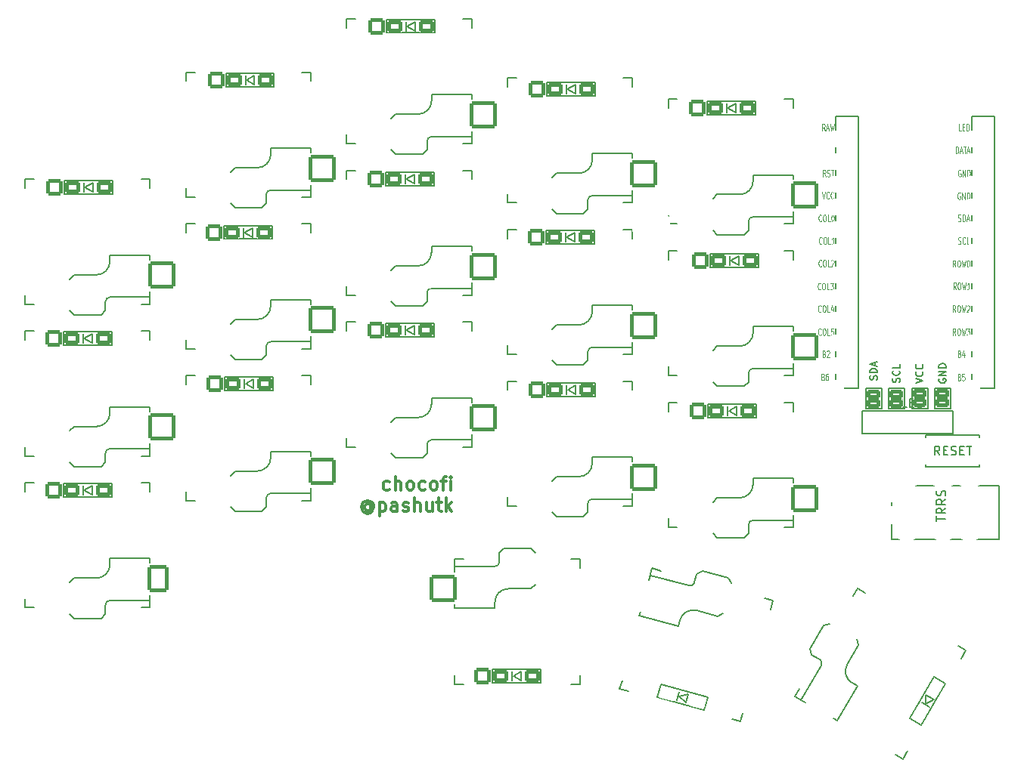
<source format=gto>
G04 #@! TF.GenerationSoftware,KiCad,Pcbnew,(6.0.0-rc1-307-gc186d1f319)*
G04 #@! TF.CreationDate,2022-03-27T09:47:18+01:00*
G04 #@! TF.ProjectId,chocofi,63686f63-6f66-4692-9e6b-696361645f70,2.1*
G04 #@! TF.SameCoordinates,Original*
G04 #@! TF.FileFunction,Legend,Top*
G04 #@! TF.FilePolarity,Positive*
%FSLAX46Y46*%
G04 Gerber Fmt 4.6, Leading zero omitted, Abs format (unit mm)*
G04 Created by KiCad (PCBNEW (6.0.0-rc1-307-gc186d1f319)) date 2022-03-27 09:47:18*
%MOMM*%
%LPD*%
G01*
G04 APERTURE LIST*
G04 Aperture macros list*
%AMRoundRect*
0 Rectangle with rounded corners*
0 $1 Rounding radius*
0 $2 $3 $4 $5 $6 $7 $8 $9 X,Y pos of 4 corners*
0 Add a 4 corners polygon primitive as box body*
4,1,4,$2,$3,$4,$5,$6,$7,$8,$9,$2,$3,0*
0 Add four circle primitives for the rounded corners*
1,1,$1+$1,$2,$3*
1,1,$1+$1,$4,$5*
1,1,$1+$1,$6,$7*
1,1,$1+$1,$8,$9*
0 Add four rect primitives between the rounded corners*
20,1,$1+$1,$2,$3,$4,$5,0*
20,1,$1+$1,$4,$5,$6,$7,0*
20,1,$1+$1,$6,$7,$8,$9,0*
20,1,$1+$1,$8,$9,$2,$3,0*%
%AMRotRect*
0 Rectangle, with rotation*
0 The origin of the aperture is its center*
0 $1 length*
0 $2 width*
0 $3 Rotation angle, in degrees counterclockwise*
0 Add horizontal line*
21,1,$1,$2,0,0,$3*%
%AMFreePoly0*
4,1,22,1.386777,1.480194,1.456366,1.424698,1.494986,1.344504,1.500000,1.300000,1.500000,-1.300000,1.480194,-1.386777,1.424698,-1.456366,1.344504,-1.494986,1.300000,-1.500000,-1.300000,-1.500000,-1.386777,-1.480194,-1.456366,-1.424698,-1.494986,-1.344504,-1.500000,-1.300000,-1.500000,0.130000,-1.480194,0.216777,-1.441421,0.271421,-0.271421,1.441421,-0.196056,1.488777,-0.130000,1.500000,
1.300000,1.500000,1.386777,1.480194,1.386777,1.480194,$1*%
G04 Aperture macros list end*
%ADD10C,0.300000*%
%ADD11C,0.150000*%
%ADD12C,0.125000*%
%ADD13R,1.397000X1.397000*%
%ADD14C,1.397000*%
%ADD15RotRect,1.397000X1.397000X345.000000*%
%ADD16RotRect,1.397000X1.397000X60.000000*%
%ADD17C,1.200000*%
%ADD18O,2.500000X1.700000*%
%ADD19C,1.524000*%
%ADD20C,2.000000*%
%ADD21RoundRect,0.200000X-0.698500X-0.698500X0.698500X-0.698500X0.698500X0.698500X-0.698500X0.698500X0*%
%ADD22RoundRect,0.200000X-0.650000X-0.475000X0.650000X-0.475000X0.650000X0.475000X-0.650000X0.475000X0*%
%ADD23C,1.797000*%
%ADD24RoundRect,0.200000X-0.750791X-0.290582X0.504913X-0.627047X0.750791X0.290582X-0.504913X0.627047X0*%
%ADD25RoundRect,0.200000X-0.855484X-0.493914X0.493914X-0.855484X0.855484X0.493914X-0.493914X0.855484X0*%
%ADD26RoundRect,0.200000X0.255669X-0.954169X0.954169X0.255669X-0.255669X0.954169X-0.954169X-0.255669X0*%
%ADD27RoundRect,0.200000X0.086362X-0.800417X0.736362X0.325417X-0.086362X0.800417X-0.736362X-0.325417X0*%
%ADD28C,1.600000*%
%ADD29O,2.900000X2.100000*%
%ADD30C,2.101800*%
%ADD31C,3.829000*%
%ADD32C,3.400000*%
%ADD33C,1.390600*%
%ADD34FreePoly0,0.000000*%
%ADD35RoundRect,0.200000X-1.300000X-1.300000X1.300000X-1.300000X1.300000X1.300000X-1.300000X1.300000X0*%
%ADD36RoundRect,0.200000X-0.950000X-1.300000X0.950000X-1.300000X0.950000X1.300000X-0.950000X1.300000X0*%
%ADD37FreePoly0,180.000000*%
%ADD38RoundRect,0.200000X1.300000X1.300000X-1.300000X1.300000X-1.300000X-1.300000X1.300000X-1.300000X0*%
%ADD39FreePoly0,165.000000*%
%ADD40RoundRect,0.200000X1.592168X0.919239X-0.919239X1.592168X-1.592168X-0.919239X0.919239X-1.592168X0*%
%ADD41FreePoly0,240.000000*%
%ADD42RoundRect,0.200000X-0.475833X1.775833X-1.775833X-0.475833X0.475833X-1.775833X1.775833X0.475833X0*%
%ADD43C,1.924000*%
%ADD44RoundRect,0.200000X-0.571500X0.317500X-0.571500X-0.317500X0.571500X-0.317500X0.571500X0.317500X0*%
%ADD45C,2.400000*%
%ADD46C,4.400000*%
G04 APERTURE END LIST*
D10*
X119710714Y-98149642D02*
X119567857Y-98221071D01*
X119282142Y-98221071D01*
X119139285Y-98149642D01*
X119067857Y-98078214D01*
X118996428Y-97935357D01*
X118996428Y-97506785D01*
X119067857Y-97363928D01*
X119139285Y-97292500D01*
X119282142Y-97221071D01*
X119567857Y-97221071D01*
X119710714Y-97292500D01*
X120353571Y-98221071D02*
X120353571Y-96721071D01*
X120996428Y-98221071D02*
X120996428Y-97435357D01*
X120925000Y-97292500D01*
X120782142Y-97221071D01*
X120567857Y-97221071D01*
X120425000Y-97292500D01*
X120353571Y-97363928D01*
X121925000Y-98221071D02*
X121782142Y-98149642D01*
X121710714Y-98078214D01*
X121639285Y-97935357D01*
X121639285Y-97506785D01*
X121710714Y-97363928D01*
X121782142Y-97292500D01*
X121925000Y-97221071D01*
X122139285Y-97221071D01*
X122282142Y-97292500D01*
X122353571Y-97363928D01*
X122425000Y-97506785D01*
X122425000Y-97935357D01*
X122353571Y-98078214D01*
X122282142Y-98149642D01*
X122139285Y-98221071D01*
X121925000Y-98221071D01*
X123710714Y-98149642D02*
X123567857Y-98221071D01*
X123282142Y-98221071D01*
X123139285Y-98149642D01*
X123067857Y-98078214D01*
X122996428Y-97935357D01*
X122996428Y-97506785D01*
X123067857Y-97363928D01*
X123139285Y-97292500D01*
X123282142Y-97221071D01*
X123567857Y-97221071D01*
X123710714Y-97292500D01*
X124567857Y-98221071D02*
X124425000Y-98149642D01*
X124353571Y-98078214D01*
X124282142Y-97935357D01*
X124282142Y-97506785D01*
X124353571Y-97363928D01*
X124425000Y-97292500D01*
X124567857Y-97221071D01*
X124782142Y-97221071D01*
X124925000Y-97292500D01*
X124996428Y-97363928D01*
X125067857Y-97506785D01*
X125067857Y-97935357D01*
X124996428Y-98078214D01*
X124925000Y-98149642D01*
X124782142Y-98221071D01*
X124567857Y-98221071D01*
X125496428Y-97221071D02*
X126067857Y-97221071D01*
X125710714Y-98221071D02*
X125710714Y-96935357D01*
X125782142Y-96792500D01*
X125925000Y-96721071D01*
X126067857Y-96721071D01*
X126567857Y-98221071D02*
X126567857Y-97221071D01*
X126567857Y-96721071D02*
X126496428Y-96792500D01*
X126567857Y-96863928D01*
X126639285Y-96792500D01*
X126567857Y-96721071D01*
X126567857Y-96863928D01*
X117567857Y-99921785D02*
X117496428Y-99850357D01*
X117353571Y-99778928D01*
X117210714Y-99778928D01*
X117067857Y-99850357D01*
X116996428Y-99921785D01*
X116925000Y-100064642D01*
X116925000Y-100207500D01*
X116996428Y-100350357D01*
X117067857Y-100421785D01*
X117210714Y-100493214D01*
X117353571Y-100493214D01*
X117496428Y-100421785D01*
X117567857Y-100350357D01*
X117567857Y-99778928D02*
X117567857Y-100350357D01*
X117639285Y-100421785D01*
X117710714Y-100421785D01*
X117853571Y-100350357D01*
X117925000Y-100207500D01*
X117925000Y-99850357D01*
X117782142Y-99636071D01*
X117567857Y-99493214D01*
X117282142Y-99421785D01*
X116996428Y-99493214D01*
X116782142Y-99636071D01*
X116639285Y-99850357D01*
X116567857Y-100136071D01*
X116639285Y-100421785D01*
X116782142Y-100636071D01*
X116996428Y-100778928D01*
X117282142Y-100850357D01*
X117567857Y-100778928D01*
X117782142Y-100636071D01*
X118567857Y-99636071D02*
X118567857Y-101136071D01*
X118567857Y-99707500D02*
X118710714Y-99636071D01*
X118996428Y-99636071D01*
X119139285Y-99707500D01*
X119210714Y-99778928D01*
X119282142Y-99921785D01*
X119282142Y-100350357D01*
X119210714Y-100493214D01*
X119139285Y-100564642D01*
X118996428Y-100636071D01*
X118710714Y-100636071D01*
X118567857Y-100564642D01*
X120567857Y-100636071D02*
X120567857Y-99850357D01*
X120496428Y-99707500D01*
X120353571Y-99636071D01*
X120067857Y-99636071D01*
X119925000Y-99707500D01*
X120567857Y-100564642D02*
X120425000Y-100636071D01*
X120067857Y-100636071D01*
X119925000Y-100564642D01*
X119853571Y-100421785D01*
X119853571Y-100278928D01*
X119925000Y-100136071D01*
X120067857Y-100064642D01*
X120425000Y-100064642D01*
X120567857Y-99993214D01*
X121210714Y-100564642D02*
X121353571Y-100636071D01*
X121639285Y-100636071D01*
X121782142Y-100564642D01*
X121853571Y-100421785D01*
X121853571Y-100350357D01*
X121782142Y-100207500D01*
X121639285Y-100136071D01*
X121425000Y-100136071D01*
X121282142Y-100064642D01*
X121210714Y-99921785D01*
X121210714Y-99850357D01*
X121282142Y-99707500D01*
X121425000Y-99636071D01*
X121639285Y-99636071D01*
X121782142Y-99707500D01*
X122496428Y-100636071D02*
X122496428Y-99136071D01*
X123139285Y-100636071D02*
X123139285Y-99850357D01*
X123067857Y-99707500D01*
X122925000Y-99636071D01*
X122710714Y-99636071D01*
X122567857Y-99707500D01*
X122496428Y-99778928D01*
X124496428Y-99636071D02*
X124496428Y-100636071D01*
X123853571Y-99636071D02*
X123853571Y-100421785D01*
X123925000Y-100564642D01*
X124067857Y-100636071D01*
X124282142Y-100636071D01*
X124425000Y-100564642D01*
X124496428Y-100493214D01*
X124996428Y-99636071D02*
X125567857Y-99636071D01*
X125210714Y-99136071D02*
X125210714Y-100421785D01*
X125282142Y-100564642D01*
X125425000Y-100636071D01*
X125567857Y-100636071D01*
X126067857Y-100636071D02*
X126067857Y-99136071D01*
X126210714Y-100064642D02*
X126639285Y-100636071D01*
X126639285Y-99636071D02*
X126067857Y-100207500D01*
D11*
X180962380Y-101722904D02*
X180962380Y-101151476D01*
X181962380Y-101437190D02*
X180962380Y-101437190D01*
X181962380Y-100246714D02*
X181486190Y-100580047D01*
X181962380Y-100818142D02*
X180962380Y-100818142D01*
X180962380Y-100437190D01*
X181010000Y-100341952D01*
X181057619Y-100294333D01*
X181152857Y-100246714D01*
X181295714Y-100246714D01*
X181390952Y-100294333D01*
X181438571Y-100341952D01*
X181486190Y-100437190D01*
X181486190Y-100818142D01*
X181962380Y-99246714D02*
X181486190Y-99580047D01*
X181962380Y-99818142D02*
X180962380Y-99818142D01*
X180962380Y-99437190D01*
X181010000Y-99341952D01*
X181057619Y-99294333D01*
X181152857Y-99246714D01*
X181295714Y-99246714D01*
X181390952Y-99294333D01*
X181438571Y-99341952D01*
X181486190Y-99437190D01*
X181486190Y-99818142D01*
X181914761Y-98865761D02*
X181962380Y-98722904D01*
X181962380Y-98484809D01*
X181914761Y-98389571D01*
X181867142Y-98341952D01*
X181771904Y-98294333D01*
X181676666Y-98294333D01*
X181581428Y-98341952D01*
X181533809Y-98389571D01*
X181486190Y-98484809D01*
X181438571Y-98675285D01*
X181390952Y-98770523D01*
X181343333Y-98818142D01*
X181248095Y-98865761D01*
X181152857Y-98865761D01*
X181057619Y-98818142D01*
X181010000Y-98770523D01*
X180962380Y-98675285D01*
X180962380Y-98437190D01*
X181010000Y-98294333D01*
D12*
X168520690Y-63083185D02*
X168354023Y-62726042D01*
X168234976Y-63083185D02*
X168234976Y-62333185D01*
X168425452Y-62333185D01*
X168473071Y-62368900D01*
X168496880Y-62404614D01*
X168520690Y-62476042D01*
X168520690Y-62583185D01*
X168496880Y-62654614D01*
X168473071Y-62690328D01*
X168425452Y-62726042D01*
X168234976Y-62726042D01*
X168711166Y-63047471D02*
X168782595Y-63083185D01*
X168901642Y-63083185D01*
X168949261Y-63047471D01*
X168973071Y-63011757D01*
X168996880Y-62940328D01*
X168996880Y-62868900D01*
X168973071Y-62797471D01*
X168949261Y-62761757D01*
X168901642Y-62726042D01*
X168806404Y-62690328D01*
X168758785Y-62654614D01*
X168734976Y-62618900D01*
X168711166Y-62547471D01*
X168711166Y-62476042D01*
X168734976Y-62404614D01*
X168758785Y-62368900D01*
X168806404Y-62333185D01*
X168925452Y-62333185D01*
X168996880Y-62368900D01*
X169139738Y-62333185D02*
X169425452Y-62333185D01*
X169282595Y-63083185D02*
X169282595Y-62333185D01*
X183129047Y-75719685D02*
X182962380Y-75362542D01*
X182843333Y-75719685D02*
X182843333Y-74969685D01*
X183033809Y-74969685D01*
X183081428Y-75005400D01*
X183105238Y-75041114D01*
X183129047Y-75112542D01*
X183129047Y-75219685D01*
X183105238Y-75291114D01*
X183081428Y-75326828D01*
X183033809Y-75362542D01*
X182843333Y-75362542D01*
X183438571Y-74969685D02*
X183533809Y-74969685D01*
X183581428Y-75005400D01*
X183629047Y-75076828D01*
X183652857Y-75219685D01*
X183652857Y-75469685D01*
X183629047Y-75612542D01*
X183581428Y-75683971D01*
X183533809Y-75719685D01*
X183438571Y-75719685D01*
X183390952Y-75683971D01*
X183343333Y-75612542D01*
X183319523Y-75469685D01*
X183319523Y-75219685D01*
X183343333Y-75076828D01*
X183390952Y-75005400D01*
X183438571Y-74969685D01*
X183819523Y-74969685D02*
X183938571Y-75719685D01*
X184033809Y-75183971D01*
X184129047Y-75719685D01*
X184248095Y-74969685D01*
X184700476Y-75719685D02*
X184414761Y-75719685D01*
X184557619Y-75719685D02*
X184557619Y-74969685D01*
X184510000Y-75076828D01*
X184462380Y-75148257D01*
X184414761Y-75183971D01*
X168012380Y-80791757D02*
X167988571Y-80827471D01*
X167917142Y-80863185D01*
X167869523Y-80863185D01*
X167798095Y-80827471D01*
X167750476Y-80756042D01*
X167726666Y-80684614D01*
X167702857Y-80541757D01*
X167702857Y-80434614D01*
X167726666Y-80291757D01*
X167750476Y-80220328D01*
X167798095Y-80148900D01*
X167869523Y-80113185D01*
X167917142Y-80113185D01*
X167988571Y-80148900D01*
X168012380Y-80184614D01*
X168321904Y-80113185D02*
X168417142Y-80113185D01*
X168464761Y-80148900D01*
X168512380Y-80220328D01*
X168536190Y-80363185D01*
X168536190Y-80613185D01*
X168512380Y-80756042D01*
X168464761Y-80827471D01*
X168417142Y-80863185D01*
X168321904Y-80863185D01*
X168274285Y-80827471D01*
X168226666Y-80756042D01*
X168202857Y-80613185D01*
X168202857Y-80363185D01*
X168226666Y-80220328D01*
X168274285Y-80148900D01*
X168321904Y-80113185D01*
X168988571Y-80863185D02*
X168750476Y-80863185D01*
X168750476Y-80113185D01*
X169393333Y-80113185D02*
X169155238Y-80113185D01*
X169131428Y-80470328D01*
X169155238Y-80434614D01*
X169202857Y-80398900D01*
X169321904Y-80398900D01*
X169369523Y-80434614D01*
X169393333Y-80470328D01*
X169417142Y-80541757D01*
X169417142Y-80720328D01*
X169393333Y-80791757D01*
X169369523Y-80827471D01*
X169321904Y-80863185D01*
X169202857Y-80863185D01*
X169155238Y-80827471D01*
X169131428Y-80791757D01*
X183079047Y-80863185D02*
X182912380Y-80506042D01*
X182793333Y-80863185D02*
X182793333Y-80113185D01*
X182983809Y-80113185D01*
X183031428Y-80148900D01*
X183055238Y-80184614D01*
X183079047Y-80256042D01*
X183079047Y-80363185D01*
X183055238Y-80434614D01*
X183031428Y-80470328D01*
X182983809Y-80506042D01*
X182793333Y-80506042D01*
X183388571Y-80113185D02*
X183483809Y-80113185D01*
X183531428Y-80148900D01*
X183579047Y-80220328D01*
X183602857Y-80363185D01*
X183602857Y-80613185D01*
X183579047Y-80756042D01*
X183531428Y-80827471D01*
X183483809Y-80863185D01*
X183388571Y-80863185D01*
X183340952Y-80827471D01*
X183293333Y-80756042D01*
X183269523Y-80613185D01*
X183269523Y-80363185D01*
X183293333Y-80220328D01*
X183340952Y-80148900D01*
X183388571Y-80113185D01*
X183769523Y-80113185D02*
X183888571Y-80863185D01*
X183983809Y-80327471D01*
X184079047Y-80863185D01*
X184198095Y-80113185D01*
X184340952Y-80113185D02*
X184650476Y-80113185D01*
X184483809Y-80398900D01*
X184555238Y-80398900D01*
X184602857Y-80434614D01*
X184626666Y-80470328D01*
X184650476Y-80541757D01*
X184650476Y-80720328D01*
X184626666Y-80791757D01*
X184602857Y-80827471D01*
X184555238Y-80863185D01*
X184412380Y-80863185D01*
X184364761Y-80827471D01*
X184340952Y-80791757D01*
X168012380Y-78196257D02*
X167988571Y-78231971D01*
X167917142Y-78267685D01*
X167869523Y-78267685D01*
X167798095Y-78231971D01*
X167750476Y-78160542D01*
X167726666Y-78089114D01*
X167702857Y-77946257D01*
X167702857Y-77839114D01*
X167726666Y-77696257D01*
X167750476Y-77624828D01*
X167798095Y-77553400D01*
X167869523Y-77517685D01*
X167917142Y-77517685D01*
X167988571Y-77553400D01*
X168012380Y-77589114D01*
X168321904Y-77517685D02*
X168417142Y-77517685D01*
X168464761Y-77553400D01*
X168512380Y-77624828D01*
X168536190Y-77767685D01*
X168536190Y-78017685D01*
X168512380Y-78160542D01*
X168464761Y-78231971D01*
X168417142Y-78267685D01*
X168321904Y-78267685D01*
X168274285Y-78231971D01*
X168226666Y-78160542D01*
X168202857Y-78017685D01*
X168202857Y-77767685D01*
X168226666Y-77624828D01*
X168274285Y-77553400D01*
X168321904Y-77517685D01*
X168988571Y-78267685D02*
X168750476Y-78267685D01*
X168750476Y-77517685D01*
X169369523Y-77767685D02*
X169369523Y-78267685D01*
X169250476Y-77481971D02*
X169131428Y-78017685D01*
X169440952Y-78017685D01*
X183590047Y-64908900D02*
X183542428Y-64873185D01*
X183471000Y-64873185D01*
X183399571Y-64908900D01*
X183351952Y-64980328D01*
X183328142Y-65051757D01*
X183304333Y-65194614D01*
X183304333Y-65301757D01*
X183328142Y-65444614D01*
X183351952Y-65516042D01*
X183399571Y-65587471D01*
X183471000Y-65623185D01*
X183518619Y-65623185D01*
X183590047Y-65587471D01*
X183613857Y-65551757D01*
X183613857Y-65301757D01*
X183518619Y-65301757D01*
X183828142Y-65623185D02*
X183828142Y-64873185D01*
X184113857Y-65623185D01*
X184113857Y-64873185D01*
X184351952Y-65623185D02*
X184351952Y-64873185D01*
X184471000Y-64873185D01*
X184542428Y-64908900D01*
X184590047Y-64980328D01*
X184613857Y-65051757D01*
X184637666Y-65194614D01*
X184637666Y-65301757D01*
X184613857Y-65444614D01*
X184590047Y-65516042D01*
X184542428Y-65587471D01*
X184471000Y-65623185D01*
X184351952Y-65623185D01*
X183110000Y-60467685D02*
X183110000Y-59717685D01*
X183229047Y-59717685D01*
X183300476Y-59753400D01*
X183348095Y-59824828D01*
X183371904Y-59896257D01*
X183395714Y-60039114D01*
X183395714Y-60146257D01*
X183371904Y-60289114D01*
X183348095Y-60360542D01*
X183300476Y-60431971D01*
X183229047Y-60467685D01*
X183110000Y-60467685D01*
X183586190Y-60253400D02*
X183824285Y-60253400D01*
X183538571Y-60467685D02*
X183705238Y-59717685D01*
X183871904Y-60467685D01*
X183967142Y-59717685D02*
X184252857Y-59717685D01*
X184110000Y-60467685D02*
X184110000Y-59717685D01*
X184395714Y-60253400D02*
X184633809Y-60253400D01*
X184348095Y-60467685D02*
X184514761Y-59717685D01*
X184681428Y-60467685D01*
X168062380Y-73108257D02*
X168038571Y-73143971D01*
X167967142Y-73179685D01*
X167919523Y-73179685D01*
X167848095Y-73143971D01*
X167800476Y-73072542D01*
X167776666Y-73001114D01*
X167752857Y-72858257D01*
X167752857Y-72751114D01*
X167776666Y-72608257D01*
X167800476Y-72536828D01*
X167848095Y-72465400D01*
X167919523Y-72429685D01*
X167967142Y-72429685D01*
X168038571Y-72465400D01*
X168062380Y-72501114D01*
X168371904Y-72429685D02*
X168467142Y-72429685D01*
X168514761Y-72465400D01*
X168562380Y-72536828D01*
X168586190Y-72679685D01*
X168586190Y-72929685D01*
X168562380Y-73072542D01*
X168514761Y-73143971D01*
X168467142Y-73179685D01*
X168371904Y-73179685D01*
X168324285Y-73143971D01*
X168276666Y-73072542D01*
X168252857Y-72929685D01*
X168252857Y-72679685D01*
X168276666Y-72536828D01*
X168324285Y-72465400D01*
X168371904Y-72429685D01*
X169038571Y-73179685D02*
X168800476Y-73179685D01*
X168800476Y-72429685D01*
X169181428Y-72501114D02*
X169205238Y-72465400D01*
X169252857Y-72429685D01*
X169371904Y-72429685D01*
X169419523Y-72465400D01*
X169443333Y-72501114D01*
X169467142Y-72572542D01*
X169467142Y-72643971D01*
X169443333Y-72751114D01*
X169157619Y-73179685D01*
X169467142Y-73179685D01*
X168127833Y-64809685D02*
X168294500Y-65559685D01*
X168461166Y-64809685D01*
X168913547Y-65488257D02*
X168889738Y-65523971D01*
X168818309Y-65559685D01*
X168770690Y-65559685D01*
X168699261Y-65523971D01*
X168651642Y-65452542D01*
X168627833Y-65381114D01*
X168604023Y-65238257D01*
X168604023Y-65131114D01*
X168627833Y-64988257D01*
X168651642Y-64916828D01*
X168699261Y-64845400D01*
X168770690Y-64809685D01*
X168818309Y-64809685D01*
X168889738Y-64845400D01*
X168913547Y-64881114D01*
X169413547Y-65488257D02*
X169389738Y-65523971D01*
X169318309Y-65559685D01*
X169270690Y-65559685D01*
X169199261Y-65523971D01*
X169151642Y-65452542D01*
X169127833Y-65381114D01*
X169104023Y-65238257D01*
X169104023Y-65131114D01*
X169127833Y-64988257D01*
X169151642Y-64916828D01*
X169199261Y-64845400D01*
X169270690Y-64809685D01*
X169318309Y-64809685D01*
X169389738Y-64845400D01*
X169413547Y-64881114D01*
X168257619Y-85524828D02*
X168329047Y-85560542D01*
X168352857Y-85596257D01*
X168376666Y-85667685D01*
X168376666Y-85774828D01*
X168352857Y-85846257D01*
X168329047Y-85881971D01*
X168281428Y-85917685D01*
X168090952Y-85917685D01*
X168090952Y-85167685D01*
X168257619Y-85167685D01*
X168305238Y-85203400D01*
X168329047Y-85239114D01*
X168352857Y-85310542D01*
X168352857Y-85381971D01*
X168329047Y-85453400D01*
X168305238Y-85489114D01*
X168257619Y-85524828D01*
X168090952Y-85524828D01*
X168805238Y-85167685D02*
X168710000Y-85167685D01*
X168662380Y-85203400D01*
X168638571Y-85239114D01*
X168590952Y-85346257D01*
X168567142Y-85489114D01*
X168567142Y-85774828D01*
X168590952Y-85846257D01*
X168614761Y-85881971D01*
X168662380Y-85917685D01*
X168757619Y-85917685D01*
X168805238Y-85881971D01*
X168829047Y-85846257D01*
X168852857Y-85774828D01*
X168852857Y-85596257D01*
X168829047Y-85524828D01*
X168805238Y-85489114D01*
X168757619Y-85453400D01*
X168662380Y-85453400D01*
X168614761Y-85489114D01*
X168590952Y-85524828D01*
X168567142Y-85596257D01*
X168449261Y-57939685D02*
X168282595Y-57582542D01*
X168163547Y-57939685D02*
X168163547Y-57189685D01*
X168354023Y-57189685D01*
X168401642Y-57225400D01*
X168425452Y-57261114D01*
X168449261Y-57332542D01*
X168449261Y-57439685D01*
X168425452Y-57511114D01*
X168401642Y-57546828D01*
X168354023Y-57582542D01*
X168163547Y-57582542D01*
X168639738Y-57725400D02*
X168877833Y-57725400D01*
X168592119Y-57939685D02*
X168758785Y-57189685D01*
X168925452Y-57939685D01*
X169044500Y-57189685D02*
X169163547Y-57939685D01*
X169258785Y-57403971D01*
X169354023Y-57939685D01*
X169473071Y-57189685D01*
X183375761Y-70603971D02*
X183447190Y-70639685D01*
X183566238Y-70639685D01*
X183613857Y-70603971D01*
X183637666Y-70568257D01*
X183661476Y-70496828D01*
X183661476Y-70425400D01*
X183637666Y-70353971D01*
X183613857Y-70318257D01*
X183566238Y-70282542D01*
X183471000Y-70246828D01*
X183423380Y-70211114D01*
X183399571Y-70175400D01*
X183375761Y-70103971D01*
X183375761Y-70032542D01*
X183399571Y-69961114D01*
X183423380Y-69925400D01*
X183471000Y-69889685D01*
X183590047Y-69889685D01*
X183661476Y-69925400D01*
X184161476Y-70568257D02*
X184137666Y-70603971D01*
X184066238Y-70639685D01*
X184018619Y-70639685D01*
X183947190Y-70603971D01*
X183899571Y-70532542D01*
X183875761Y-70461114D01*
X183851952Y-70318257D01*
X183851952Y-70211114D01*
X183875761Y-70068257D01*
X183899571Y-69996828D01*
X183947190Y-69925400D01*
X184018619Y-69889685D01*
X184066238Y-69889685D01*
X184137666Y-69925400D01*
X184161476Y-69961114D01*
X184613857Y-70639685D02*
X184375761Y-70639685D01*
X184375761Y-69889685D01*
X183590047Y-64908900D02*
X183542428Y-64873185D01*
X183471000Y-64873185D01*
X183399571Y-64908900D01*
X183351952Y-64980328D01*
X183328142Y-65051757D01*
X183304333Y-65194614D01*
X183304333Y-65301757D01*
X183328142Y-65444614D01*
X183351952Y-65516042D01*
X183399571Y-65587471D01*
X183471000Y-65623185D01*
X183518619Y-65623185D01*
X183590047Y-65587471D01*
X183613857Y-65551757D01*
X183613857Y-65301757D01*
X183518619Y-65301757D01*
X183828142Y-65623185D02*
X183828142Y-64873185D01*
X184113857Y-65623185D01*
X184113857Y-64873185D01*
X184351952Y-65623185D02*
X184351952Y-64873185D01*
X184471000Y-64873185D01*
X184542428Y-64908900D01*
X184590047Y-64980328D01*
X184613857Y-65051757D01*
X184637666Y-65194614D01*
X184637666Y-65301757D01*
X184613857Y-65444614D01*
X184590047Y-65516042D01*
X184542428Y-65587471D01*
X184471000Y-65623185D01*
X184351952Y-65623185D01*
X183363857Y-68063971D02*
X183435285Y-68099685D01*
X183554333Y-68099685D01*
X183601952Y-68063971D01*
X183625761Y-68028257D01*
X183649571Y-67956828D01*
X183649571Y-67885400D01*
X183625761Y-67813971D01*
X183601952Y-67778257D01*
X183554333Y-67742542D01*
X183459095Y-67706828D01*
X183411476Y-67671114D01*
X183387666Y-67635400D01*
X183363857Y-67563971D01*
X183363857Y-67492542D01*
X183387666Y-67421114D01*
X183411476Y-67385400D01*
X183459095Y-67349685D01*
X183578142Y-67349685D01*
X183649571Y-67385400D01*
X183863857Y-68099685D02*
X183863857Y-67349685D01*
X183982904Y-67349685D01*
X184054333Y-67385400D01*
X184101952Y-67456828D01*
X184125761Y-67528257D01*
X184149571Y-67671114D01*
X184149571Y-67778257D01*
X184125761Y-67921114D01*
X184101952Y-67992542D01*
X184054333Y-68063971D01*
X183982904Y-68099685D01*
X183863857Y-68099685D01*
X184340047Y-67885400D02*
X184578142Y-67885400D01*
X184292428Y-68099685D02*
X184459095Y-67349685D01*
X184625761Y-68099685D01*
X183507619Y-82946828D02*
X183579047Y-82982542D01*
X183602857Y-83018257D01*
X183626666Y-83089685D01*
X183626666Y-83196828D01*
X183602857Y-83268257D01*
X183579047Y-83303971D01*
X183531428Y-83339685D01*
X183340952Y-83339685D01*
X183340952Y-82589685D01*
X183507619Y-82589685D01*
X183555238Y-82625400D01*
X183579047Y-82661114D01*
X183602857Y-82732542D01*
X183602857Y-82803971D01*
X183579047Y-82875400D01*
X183555238Y-82911114D01*
X183507619Y-82946828D01*
X183340952Y-82946828D01*
X184055238Y-82839685D02*
X184055238Y-83339685D01*
X183936190Y-82553971D02*
X183817142Y-83089685D01*
X184126666Y-83089685D01*
X183507619Y-85550328D02*
X183579047Y-85586042D01*
X183602857Y-85621757D01*
X183626666Y-85693185D01*
X183626666Y-85800328D01*
X183602857Y-85871757D01*
X183579047Y-85907471D01*
X183531428Y-85943185D01*
X183340952Y-85943185D01*
X183340952Y-85193185D01*
X183507619Y-85193185D01*
X183555238Y-85228900D01*
X183579047Y-85264614D01*
X183602857Y-85336042D01*
X183602857Y-85407471D01*
X183579047Y-85478900D01*
X183555238Y-85514614D01*
X183507619Y-85550328D01*
X183340952Y-85550328D01*
X184079047Y-85193185D02*
X183840952Y-85193185D01*
X183817142Y-85550328D01*
X183840952Y-85514614D01*
X183888571Y-85478900D01*
X184007619Y-85478900D01*
X184055238Y-85514614D01*
X184079047Y-85550328D01*
X184102857Y-85621757D01*
X184102857Y-85800328D01*
X184079047Y-85871757D01*
X184055238Y-85907471D01*
X184007619Y-85943185D01*
X183888571Y-85943185D01*
X183840952Y-85907471D01*
X183817142Y-85871757D01*
X168062380Y-68046257D02*
X168038571Y-68081971D01*
X167967142Y-68117685D01*
X167919523Y-68117685D01*
X167848095Y-68081971D01*
X167800476Y-68010542D01*
X167776666Y-67939114D01*
X167752857Y-67796257D01*
X167752857Y-67689114D01*
X167776666Y-67546257D01*
X167800476Y-67474828D01*
X167848095Y-67403400D01*
X167919523Y-67367685D01*
X167967142Y-67367685D01*
X168038571Y-67403400D01*
X168062380Y-67439114D01*
X168371904Y-67367685D02*
X168467142Y-67367685D01*
X168514761Y-67403400D01*
X168562380Y-67474828D01*
X168586190Y-67617685D01*
X168586190Y-67867685D01*
X168562380Y-68010542D01*
X168514761Y-68081971D01*
X168467142Y-68117685D01*
X168371904Y-68117685D01*
X168324285Y-68081971D01*
X168276666Y-68010542D01*
X168252857Y-67867685D01*
X168252857Y-67617685D01*
X168276666Y-67474828D01*
X168324285Y-67403400D01*
X168371904Y-67367685D01*
X169038571Y-68117685D02*
X168800476Y-68117685D01*
X168800476Y-67367685D01*
X169300476Y-67367685D02*
X169348095Y-67367685D01*
X169395714Y-67403400D01*
X169419523Y-67439114D01*
X169443333Y-67510542D01*
X169467142Y-67653400D01*
X169467142Y-67831971D01*
X169443333Y-67974828D01*
X169419523Y-68046257D01*
X169395714Y-68081971D01*
X169348095Y-68117685D01*
X169300476Y-68117685D01*
X169252857Y-68081971D01*
X169229047Y-68046257D01*
X169205238Y-67974828D01*
X169181428Y-67831971D01*
X169181428Y-67653400D01*
X169205238Y-67510542D01*
X169229047Y-67439114D01*
X169252857Y-67403400D01*
X169300476Y-67367685D01*
X167962380Y-75696257D02*
X167938571Y-75731971D01*
X167867142Y-75767685D01*
X167819523Y-75767685D01*
X167748095Y-75731971D01*
X167700476Y-75660542D01*
X167676666Y-75589114D01*
X167652857Y-75446257D01*
X167652857Y-75339114D01*
X167676666Y-75196257D01*
X167700476Y-75124828D01*
X167748095Y-75053400D01*
X167819523Y-75017685D01*
X167867142Y-75017685D01*
X167938571Y-75053400D01*
X167962380Y-75089114D01*
X168271904Y-75017685D02*
X168367142Y-75017685D01*
X168414761Y-75053400D01*
X168462380Y-75124828D01*
X168486190Y-75267685D01*
X168486190Y-75517685D01*
X168462380Y-75660542D01*
X168414761Y-75731971D01*
X168367142Y-75767685D01*
X168271904Y-75767685D01*
X168224285Y-75731971D01*
X168176666Y-75660542D01*
X168152857Y-75517685D01*
X168152857Y-75267685D01*
X168176666Y-75124828D01*
X168224285Y-75053400D01*
X168271904Y-75017685D01*
X168938571Y-75767685D02*
X168700476Y-75767685D01*
X168700476Y-75017685D01*
X169057619Y-75017685D02*
X169367142Y-75017685D01*
X169200476Y-75303400D01*
X169271904Y-75303400D01*
X169319523Y-75339114D01*
X169343333Y-75374828D01*
X169367142Y-75446257D01*
X169367142Y-75624828D01*
X169343333Y-75696257D01*
X169319523Y-75731971D01*
X169271904Y-75767685D01*
X169129047Y-75767685D01*
X169081428Y-75731971D01*
X169057619Y-75696257D01*
X183079047Y-78267685D02*
X182912380Y-77910542D01*
X182793333Y-78267685D02*
X182793333Y-77517685D01*
X182983809Y-77517685D01*
X183031428Y-77553400D01*
X183055238Y-77589114D01*
X183079047Y-77660542D01*
X183079047Y-77767685D01*
X183055238Y-77839114D01*
X183031428Y-77874828D01*
X182983809Y-77910542D01*
X182793333Y-77910542D01*
X183388571Y-77517685D02*
X183483809Y-77517685D01*
X183531428Y-77553400D01*
X183579047Y-77624828D01*
X183602857Y-77767685D01*
X183602857Y-78017685D01*
X183579047Y-78160542D01*
X183531428Y-78231971D01*
X183483809Y-78267685D01*
X183388571Y-78267685D01*
X183340952Y-78231971D01*
X183293333Y-78160542D01*
X183269523Y-78017685D01*
X183269523Y-77767685D01*
X183293333Y-77624828D01*
X183340952Y-77553400D01*
X183388571Y-77517685D01*
X183769523Y-77517685D02*
X183888571Y-78267685D01*
X183983809Y-77731971D01*
X184079047Y-78267685D01*
X184198095Y-77517685D01*
X184364761Y-77589114D02*
X184388571Y-77553400D01*
X184436190Y-77517685D01*
X184555238Y-77517685D01*
X184602857Y-77553400D01*
X184626666Y-77589114D01*
X184650476Y-77660542D01*
X184650476Y-77731971D01*
X184626666Y-77839114D01*
X184340952Y-78267685D01*
X184650476Y-78267685D01*
X168357619Y-82974828D02*
X168429047Y-83010542D01*
X168452857Y-83046257D01*
X168476666Y-83117685D01*
X168476666Y-83224828D01*
X168452857Y-83296257D01*
X168429047Y-83331971D01*
X168381428Y-83367685D01*
X168190952Y-83367685D01*
X168190952Y-82617685D01*
X168357619Y-82617685D01*
X168405238Y-82653400D01*
X168429047Y-82689114D01*
X168452857Y-82760542D01*
X168452857Y-82831971D01*
X168429047Y-82903400D01*
X168405238Y-82939114D01*
X168357619Y-82974828D01*
X168190952Y-82974828D01*
X168667142Y-82689114D02*
X168690952Y-82653400D01*
X168738571Y-82617685D01*
X168857619Y-82617685D01*
X168905238Y-82653400D01*
X168929047Y-82689114D01*
X168952857Y-82760542D01*
X168952857Y-82831971D01*
X168929047Y-82939114D01*
X168643333Y-83367685D01*
X168952857Y-83367685D01*
X183079047Y-73217685D02*
X182912380Y-72860542D01*
X182793333Y-73217685D02*
X182793333Y-72467685D01*
X182983809Y-72467685D01*
X183031428Y-72503400D01*
X183055238Y-72539114D01*
X183079047Y-72610542D01*
X183079047Y-72717685D01*
X183055238Y-72789114D01*
X183031428Y-72824828D01*
X182983809Y-72860542D01*
X182793333Y-72860542D01*
X183388571Y-72467685D02*
X183483809Y-72467685D01*
X183531428Y-72503400D01*
X183579047Y-72574828D01*
X183602857Y-72717685D01*
X183602857Y-72967685D01*
X183579047Y-73110542D01*
X183531428Y-73181971D01*
X183483809Y-73217685D01*
X183388571Y-73217685D01*
X183340952Y-73181971D01*
X183293333Y-73110542D01*
X183269523Y-72967685D01*
X183269523Y-72717685D01*
X183293333Y-72574828D01*
X183340952Y-72503400D01*
X183388571Y-72467685D01*
X183769523Y-72467685D02*
X183888571Y-73217685D01*
X183983809Y-72681971D01*
X184079047Y-73217685D01*
X184198095Y-72467685D01*
X184483809Y-72467685D02*
X184531428Y-72467685D01*
X184579047Y-72503400D01*
X184602857Y-72539114D01*
X184626666Y-72610542D01*
X184650476Y-72753400D01*
X184650476Y-72931971D01*
X184626666Y-73074828D01*
X184602857Y-73146257D01*
X184579047Y-73181971D01*
X184531428Y-73217685D01*
X184483809Y-73217685D01*
X184436190Y-73181971D01*
X184412380Y-73146257D01*
X184388571Y-73074828D01*
X184364761Y-72931971D01*
X184364761Y-72753400D01*
X184388571Y-72610542D01*
X184412380Y-72539114D01*
X184436190Y-72503400D01*
X184483809Y-72467685D01*
X168112380Y-70568257D02*
X168088571Y-70603971D01*
X168017142Y-70639685D01*
X167969523Y-70639685D01*
X167898095Y-70603971D01*
X167850476Y-70532542D01*
X167826666Y-70461114D01*
X167802857Y-70318257D01*
X167802857Y-70211114D01*
X167826666Y-70068257D01*
X167850476Y-69996828D01*
X167898095Y-69925400D01*
X167969523Y-69889685D01*
X168017142Y-69889685D01*
X168088571Y-69925400D01*
X168112380Y-69961114D01*
X168421904Y-69889685D02*
X168517142Y-69889685D01*
X168564761Y-69925400D01*
X168612380Y-69996828D01*
X168636190Y-70139685D01*
X168636190Y-70389685D01*
X168612380Y-70532542D01*
X168564761Y-70603971D01*
X168517142Y-70639685D01*
X168421904Y-70639685D01*
X168374285Y-70603971D01*
X168326666Y-70532542D01*
X168302857Y-70389685D01*
X168302857Y-70139685D01*
X168326666Y-69996828D01*
X168374285Y-69925400D01*
X168421904Y-69889685D01*
X169088571Y-70639685D02*
X168850476Y-70639685D01*
X168850476Y-69889685D01*
X169517142Y-70639685D02*
X169231428Y-70639685D01*
X169374285Y-70639685D02*
X169374285Y-69889685D01*
X169326666Y-69996828D01*
X169279047Y-70068257D01*
X169231428Y-70103971D01*
X183688571Y-57939685D02*
X183450476Y-57939685D01*
X183450476Y-57189685D01*
X183855238Y-57546828D02*
X184021904Y-57546828D01*
X184093333Y-57939685D02*
X183855238Y-57939685D01*
X183855238Y-57189685D01*
X184093333Y-57189685D01*
X184307619Y-57939685D02*
X184307619Y-57189685D01*
X184426666Y-57189685D01*
X184498095Y-57225400D01*
X184545714Y-57296828D01*
X184569523Y-57368257D01*
X184593333Y-57511114D01*
X184593333Y-57618257D01*
X184569523Y-57761114D01*
X184545714Y-57832542D01*
X184498095Y-57903971D01*
X184426666Y-57939685D01*
X184307619Y-57939685D01*
X183653547Y-62368900D02*
X183605928Y-62333185D01*
X183534500Y-62333185D01*
X183463071Y-62368900D01*
X183415452Y-62440328D01*
X183391642Y-62511757D01*
X183367833Y-62654614D01*
X183367833Y-62761757D01*
X183391642Y-62904614D01*
X183415452Y-62976042D01*
X183463071Y-63047471D01*
X183534500Y-63083185D01*
X183582119Y-63083185D01*
X183653547Y-63047471D01*
X183677357Y-63011757D01*
X183677357Y-62761757D01*
X183582119Y-62761757D01*
X183891642Y-63083185D02*
X183891642Y-62333185D01*
X184177357Y-63083185D01*
X184177357Y-62333185D01*
X184415452Y-63083185D02*
X184415452Y-62333185D01*
X184534500Y-62333185D01*
X184605928Y-62368900D01*
X184653547Y-62440328D01*
X184677357Y-62511757D01*
X184701166Y-62654614D01*
X184701166Y-62761757D01*
X184677357Y-62904614D01*
X184653547Y-62976042D01*
X184605928Y-63047471D01*
X184534500Y-63083185D01*
X184415452Y-63083185D01*
D11*
X178624895Y-86238133D02*
X179437695Y-85967200D01*
X178624895Y-85696266D01*
X179360285Y-84960876D02*
X179398990Y-84999580D01*
X179437695Y-85115695D01*
X179437695Y-85193104D01*
X179398990Y-85309219D01*
X179321580Y-85386628D01*
X179244171Y-85425333D01*
X179089352Y-85464038D01*
X178973238Y-85464038D01*
X178818419Y-85425333D01*
X178741009Y-85386628D01*
X178663600Y-85309219D01*
X178624895Y-85193104D01*
X178624895Y-85115695D01*
X178663600Y-84999580D01*
X178702304Y-84960876D01*
X179360285Y-84148076D02*
X179398990Y-84186780D01*
X179437695Y-84302895D01*
X179437695Y-84380304D01*
X179398990Y-84496419D01*
X179321580Y-84573828D01*
X179244171Y-84612533D01*
X179089352Y-84651238D01*
X178973238Y-84651238D01*
X178818419Y-84612533D01*
X178741009Y-84573828D01*
X178663600Y-84496419D01*
X178624895Y-84380304D01*
X178624895Y-84302895D01*
X178663600Y-84186780D01*
X178702304Y-84148076D01*
X176277619Y-87960780D02*
X176468095Y-87960780D01*
X176563333Y-88008400D01*
X176658571Y-88103638D01*
X176706190Y-88294114D01*
X176706190Y-88627447D01*
X176658571Y-88817923D01*
X176563333Y-88913161D01*
X176468095Y-88960780D01*
X176277619Y-88960780D01*
X176182380Y-88913161D01*
X176087142Y-88817923D01*
X176039523Y-88627447D01*
X176039523Y-88294114D01*
X176087142Y-88103638D01*
X176182380Y-88008400D01*
X176277619Y-87960780D01*
X177610952Y-88960780D02*
X177134761Y-88960780D01*
X177134761Y-87960780D01*
X177944285Y-88436971D02*
X178277619Y-88436971D01*
X178420476Y-88960780D02*
X177944285Y-88960780D01*
X177944285Y-87960780D01*
X178420476Y-87960780D01*
X178849047Y-88960780D02*
X178849047Y-87960780D01*
X179087142Y-87960780D01*
X179230000Y-88008400D01*
X179325238Y-88103638D01*
X179372857Y-88198876D01*
X179420476Y-88389352D01*
X179420476Y-88532209D01*
X179372857Y-88722685D01*
X179325238Y-88817923D01*
X179230000Y-88913161D01*
X179087142Y-88960780D01*
X178849047Y-88960780D01*
X176798990Y-86142019D02*
X176837695Y-86025904D01*
X176837695Y-85832380D01*
X176798990Y-85754971D01*
X176760285Y-85716266D01*
X176682876Y-85677561D01*
X176605466Y-85677561D01*
X176528057Y-85716266D01*
X176489352Y-85754971D01*
X176450647Y-85832380D01*
X176411942Y-85987200D01*
X176373238Y-86064609D01*
X176334533Y-86103314D01*
X176257123Y-86142019D01*
X176179714Y-86142019D01*
X176102304Y-86103314D01*
X176063600Y-86064609D01*
X176024895Y-85987200D01*
X176024895Y-85793676D01*
X176063600Y-85677561D01*
X176760285Y-84864761D02*
X176798990Y-84903466D01*
X176837695Y-85019580D01*
X176837695Y-85096990D01*
X176798990Y-85213104D01*
X176721580Y-85290514D01*
X176644171Y-85329219D01*
X176489352Y-85367923D01*
X176373238Y-85367923D01*
X176218419Y-85329219D01*
X176141009Y-85290514D01*
X176063600Y-85213104D01*
X176024895Y-85096990D01*
X176024895Y-85019580D01*
X176063600Y-84903466D01*
X176102304Y-84864761D01*
X176837695Y-84129371D02*
X176837695Y-84516419D01*
X176024895Y-84516419D01*
X174258990Y-85881733D02*
X174297695Y-85765619D01*
X174297695Y-85572095D01*
X174258990Y-85494685D01*
X174220285Y-85455980D01*
X174142876Y-85417276D01*
X174065466Y-85417276D01*
X173988057Y-85455980D01*
X173949352Y-85494685D01*
X173910647Y-85572095D01*
X173871942Y-85726914D01*
X173833238Y-85804323D01*
X173794533Y-85843028D01*
X173717123Y-85881733D01*
X173639714Y-85881733D01*
X173562304Y-85843028D01*
X173523600Y-85804323D01*
X173484895Y-85726914D01*
X173484895Y-85533390D01*
X173523600Y-85417276D01*
X174297695Y-85068933D02*
X173484895Y-85068933D01*
X173484895Y-84875409D01*
X173523600Y-84759295D01*
X173601009Y-84681885D01*
X173678419Y-84643180D01*
X173833238Y-84604476D01*
X173949352Y-84604476D01*
X174104171Y-84643180D01*
X174181580Y-84681885D01*
X174258990Y-84759295D01*
X174297695Y-84875409D01*
X174297695Y-85068933D01*
X174065466Y-84294838D02*
X174065466Y-83907790D01*
X174297695Y-84372247D02*
X173484895Y-84101314D01*
X174297695Y-83830380D01*
X181233600Y-85764076D02*
X181194895Y-85841485D01*
X181194895Y-85957600D01*
X181233600Y-86073714D01*
X181311009Y-86151123D01*
X181388419Y-86189828D01*
X181543238Y-86228533D01*
X181659352Y-86228533D01*
X181814171Y-86189828D01*
X181891580Y-86151123D01*
X181968990Y-86073714D01*
X182007695Y-85957600D01*
X182007695Y-85880190D01*
X181968990Y-85764076D01*
X181930285Y-85725371D01*
X181659352Y-85725371D01*
X181659352Y-85880190D01*
X182007695Y-85377028D02*
X181194895Y-85377028D01*
X182007695Y-84912571D01*
X181194895Y-84912571D01*
X182007695Y-84525523D02*
X181194895Y-84525523D01*
X181194895Y-84332000D01*
X181233600Y-84215885D01*
X181311009Y-84138476D01*
X181388419Y-84099771D01*
X181543238Y-84061066D01*
X181659352Y-84061066D01*
X181814171Y-84099771D01*
X181891580Y-84138476D01*
X181968990Y-84215885D01*
X182007695Y-84332000D01*
X182007695Y-84525523D01*
X181300619Y-94305380D02*
X180967285Y-93829190D01*
X180729190Y-94305380D02*
X180729190Y-93305380D01*
X181110142Y-93305380D01*
X181205380Y-93353000D01*
X181253000Y-93400619D01*
X181300619Y-93495857D01*
X181300619Y-93638714D01*
X181253000Y-93733952D01*
X181205380Y-93781571D01*
X181110142Y-93829190D01*
X180729190Y-93829190D01*
X181729190Y-93781571D02*
X182062523Y-93781571D01*
X182205380Y-94305380D02*
X181729190Y-94305380D01*
X181729190Y-93305380D01*
X182205380Y-93305380D01*
X182586333Y-94257761D02*
X182729190Y-94305380D01*
X182967285Y-94305380D01*
X183062523Y-94257761D01*
X183110142Y-94210142D01*
X183157761Y-94114904D01*
X183157761Y-94019666D01*
X183110142Y-93924428D01*
X183062523Y-93876809D01*
X182967285Y-93829190D01*
X182776809Y-93781571D01*
X182681571Y-93733952D01*
X182633952Y-93686333D01*
X182586333Y-93591095D01*
X182586333Y-93495857D01*
X182633952Y-93400619D01*
X182681571Y-93353000D01*
X182776809Y-93305380D01*
X183014904Y-93305380D01*
X183157761Y-93353000D01*
X183586333Y-93781571D02*
X183919666Y-93781571D01*
X184062523Y-94305380D02*
X183586333Y-94305380D01*
X183586333Y-93305380D01*
X184062523Y-93305380D01*
X184348238Y-93305380D02*
X184919666Y-93305380D01*
X184633952Y-94305380D02*
X184633952Y-93305380D01*
X86504400Y-64812800D02*
X85604400Y-64312800D01*
X85504400Y-63812800D02*
X85504400Y-64812800D01*
X83304400Y-65062800D02*
X88704400Y-65062800D01*
X88704400Y-63562800D02*
X83304400Y-63562800D01*
X83304400Y-63562800D02*
X83304400Y-65062800D01*
X86504400Y-63812800D02*
X86504400Y-64812800D01*
X88704400Y-65062800D02*
X88704400Y-63562800D01*
X85604400Y-64312800D02*
X86504400Y-63812800D01*
X104589200Y-51773200D02*
X104589200Y-52773200D01*
X101389200Y-53023200D02*
X106789200Y-53023200D01*
X104589200Y-52773200D02*
X103689200Y-52273200D01*
X103689200Y-52273200D02*
X104589200Y-51773200D01*
X106789200Y-51523200D02*
X101389200Y-51523200D01*
X101389200Y-51523200D02*
X101389200Y-53023200D01*
X103589200Y-51773200D02*
X103589200Y-52773200D01*
X106789200Y-53023200D02*
X106789200Y-51523200D01*
X119372400Y-46978000D02*
X124772400Y-46978000D01*
X122572400Y-46728000D02*
X121672400Y-46228000D01*
X121572400Y-45728000D02*
X121572400Y-46728000D01*
X119372400Y-45478000D02*
X119372400Y-46978000D01*
X121672400Y-46228000D02*
X122572400Y-45728000D01*
X124772400Y-45478000D02*
X119372400Y-45478000D01*
X122572400Y-45728000D02*
X122572400Y-46728000D01*
X124772400Y-46978000D02*
X124772400Y-45478000D01*
X137304800Y-54039200D02*
X142704800Y-54039200D01*
X142704800Y-54039200D02*
X142704800Y-52539200D01*
X139604800Y-53289200D02*
X140504800Y-52789200D01*
X140504800Y-52789200D02*
X140504800Y-53789200D01*
X140504800Y-53789200D02*
X139604800Y-53289200D01*
X142704800Y-52539200D02*
X137304800Y-52539200D01*
X139504800Y-52789200D02*
X139504800Y-53789200D01*
X137304800Y-52539200D02*
X137304800Y-54039200D01*
X155288000Y-54672800D02*
X155288000Y-56172800D01*
X160688000Y-56172800D02*
X160688000Y-54672800D01*
X157588000Y-55422800D02*
X158488000Y-54922800D01*
X155288000Y-56172800D02*
X160688000Y-56172800D01*
X157488000Y-54922800D02*
X157488000Y-55922800D01*
X158488000Y-54922800D02*
X158488000Y-55922800D01*
X160688000Y-54672800D02*
X155288000Y-54672800D01*
X158488000Y-55922800D02*
X157588000Y-55422800D01*
X86402800Y-81729200D02*
X85502800Y-81229200D01*
X88602800Y-81979200D02*
X88602800Y-80479200D01*
X83202800Y-80479200D02*
X83202800Y-81979200D01*
X85502800Y-81229200D02*
X86402800Y-80729200D01*
X86402800Y-80729200D02*
X86402800Y-81729200D01*
X88602800Y-80479200D02*
X83202800Y-80479200D01*
X83202800Y-81979200D02*
X88602800Y-81979200D01*
X85402800Y-80729200D02*
X85402800Y-81729200D01*
X106586000Y-68592000D02*
X101186000Y-68592000D01*
X103386000Y-68842000D02*
X103386000Y-69842000D01*
X101186000Y-70092000D02*
X106586000Y-70092000D01*
X104386000Y-69842000D02*
X103486000Y-69342000D01*
X103486000Y-69342000D02*
X104386000Y-68842000D01*
X106586000Y-70092000D02*
X106586000Y-68592000D01*
X104386000Y-68842000D02*
X104386000Y-69842000D01*
X101186000Y-68592000D02*
X101186000Y-70092000D01*
X122470800Y-63847600D02*
X121570800Y-63347600D01*
X122470800Y-62847600D02*
X122470800Y-63847600D01*
X119270800Y-62597600D02*
X119270800Y-64097600D01*
X121570800Y-63347600D02*
X122470800Y-62847600D01*
X121470800Y-62847600D02*
X121470800Y-63847600D01*
X124670800Y-64097600D02*
X124670800Y-62597600D01*
X124670800Y-62597600D02*
X119270800Y-62597600D01*
X119270800Y-64097600D02*
X124670800Y-64097600D01*
X140454000Y-70400800D02*
X139554000Y-69900800D01*
X139454000Y-69400800D02*
X139454000Y-70400800D01*
X137254000Y-69150800D02*
X137254000Y-70650800D01*
X142654000Y-69150800D02*
X137254000Y-69150800D01*
X142654000Y-70650800D02*
X142654000Y-69150800D01*
X140454000Y-69400800D02*
X140454000Y-70400800D01*
X139554000Y-69900800D02*
X140454000Y-69400800D01*
X137254000Y-70650800D02*
X142654000Y-70650800D01*
X158792800Y-71991600D02*
X158792800Y-72991600D01*
X155592800Y-73241600D02*
X160992800Y-73241600D01*
X157892800Y-72491600D02*
X158792800Y-71991600D01*
X160992800Y-73241600D02*
X160992800Y-71741600D01*
X155592800Y-71741600D02*
X155592800Y-73241600D01*
X157792800Y-71991600D02*
X157792800Y-72991600D01*
X158792800Y-72991600D02*
X157892800Y-72491600D01*
X160992800Y-71741600D02*
X155592800Y-71741600D01*
X88602800Y-98997200D02*
X88602800Y-97497200D01*
X88602800Y-97497200D02*
X83202800Y-97497200D01*
X85402800Y-97747200D02*
X85402800Y-98747200D01*
X83202800Y-98997200D02*
X88602800Y-98997200D01*
X86402800Y-98747200D02*
X85502800Y-98247200D01*
X83202800Y-97497200D02*
X83202800Y-98997200D01*
X85502800Y-98247200D02*
X86402800Y-97747200D01*
X86402800Y-97747200D02*
X86402800Y-98747200D01*
X101287600Y-85559200D02*
X101287600Y-87059200D01*
X103487600Y-85809200D02*
X103487600Y-86809200D01*
X104487600Y-85809200D02*
X104487600Y-86809200D01*
X106687600Y-85559200D02*
X101287600Y-85559200D01*
X103587600Y-86309200D02*
X104487600Y-85809200D01*
X104487600Y-86809200D02*
X103587600Y-86309200D01*
X106687600Y-87059200D02*
X106687600Y-85559200D01*
X101287600Y-87059200D02*
X106687600Y-87059200D01*
X119270800Y-81064800D02*
X124670800Y-81064800D01*
X124670800Y-79564800D02*
X119270800Y-79564800D01*
X121570800Y-80314800D02*
X122470800Y-79814800D01*
X122470800Y-80814800D02*
X121570800Y-80314800D01*
X124670800Y-81064800D02*
X124670800Y-79564800D01*
X119270800Y-79564800D02*
X119270800Y-81064800D01*
X122470800Y-79814800D02*
X122470800Y-80814800D01*
X121470800Y-79814800D02*
X121470800Y-80814800D01*
X137355600Y-87719600D02*
X142755600Y-87719600D01*
X140555600Y-86469600D02*
X140555600Y-87469600D01*
X140555600Y-87469600D02*
X139655600Y-86969600D01*
X139555600Y-86469600D02*
X139555600Y-87469600D01*
X142755600Y-86219600D02*
X137355600Y-86219600D01*
X137355600Y-86219600D02*
X137355600Y-87719600D01*
X139655600Y-86969600D02*
X140555600Y-86469600D01*
X142755600Y-87719600D02*
X142755600Y-86219600D01*
X157689600Y-89357200D02*
X158589600Y-88857200D01*
X158589600Y-89857200D02*
X157689600Y-89357200D01*
X158589600Y-88857200D02*
X158589600Y-89857200D01*
X160789600Y-88607200D02*
X155389600Y-88607200D01*
X155389600Y-90107200D02*
X160789600Y-90107200D01*
X160789600Y-90107200D02*
X160789600Y-88607200D01*
X157589600Y-88857200D02*
X157589600Y-89857200D01*
X155389600Y-88607200D02*
X155389600Y-90107200D01*
X136659600Y-119825200D02*
X136659600Y-118325200D01*
X134459600Y-118575200D02*
X134459600Y-119575200D01*
X133459600Y-118575200D02*
X133459600Y-119575200D01*
X134459600Y-119575200D02*
X133559600Y-119075200D01*
X131259600Y-119825200D02*
X136659600Y-119825200D01*
X136659600Y-118325200D02*
X131259600Y-118325200D01*
X133559600Y-119075200D02*
X134459600Y-118575200D01*
X131259600Y-118325200D02*
X131259600Y-119825200D01*
X152127912Y-121357068D02*
X153126654Y-121107043D01*
X154928167Y-122883852D02*
X155316396Y-121434963D01*
X149712168Y-121486229D02*
X154928167Y-122883852D01*
X152160729Y-120848224D02*
X151901910Y-121814149D01*
X152867835Y-122072968D02*
X152127912Y-121357068D01*
X155316396Y-121434963D02*
X150100397Y-120037340D01*
X150100397Y-120037340D02*
X149712168Y-121486229D01*
X153126654Y-121107043D02*
X152867835Y-122072968D01*
X179775153Y-121212422D02*
X180641179Y-121712422D01*
X179275153Y-122078448D02*
X180141179Y-122578448D01*
X179758166Y-122241845D02*
X179775153Y-121212422D01*
X180658647Y-119182166D02*
X177958647Y-123858704D01*
X180641179Y-121712422D02*
X179758166Y-122241845D01*
X179257685Y-124608704D02*
X181957685Y-119932166D01*
X181957685Y-119932166D02*
X180658647Y-119182166D01*
X177958647Y-123858704D02*
X179257685Y-124608704D01*
X187960000Y-103711000D02*
X175960000Y-103711000D01*
X187960000Y-97711000D02*
X187960000Y-103711000D01*
X175960000Y-103711000D02*
X175960000Y-97711000D01*
X175960000Y-97711000D02*
X187960000Y-97711000D01*
X87910000Y-77100000D02*
X87910000Y-78100000D01*
X83910000Y-74600000D02*
X84410000Y-74100000D01*
X88410000Y-72600000D02*
X88410000Y-71900000D01*
X78910000Y-63400000D02*
X79910000Y-63400000D01*
X88410000Y-71900000D02*
X92910000Y-71900000D01*
X92910000Y-77400000D02*
X91910000Y-77400000D01*
X79910000Y-77400000D02*
X78910000Y-77400000D01*
X91910000Y-63400000D02*
X92910000Y-63400000D01*
X87410000Y-78600000D02*
X87910000Y-78100000D01*
X78910000Y-77400000D02*
X78910000Y-76400000D01*
X92910000Y-63400000D02*
X92910000Y-64400000D01*
X83910000Y-78100000D02*
X84410000Y-78600000D01*
X78910000Y-64400000D02*
X78910000Y-63400000D01*
X84410000Y-74100000D02*
X86910000Y-74100000D01*
X84410000Y-78600000D02*
X87410000Y-78600000D01*
X92910000Y-71900000D02*
X92910000Y-72400000D01*
X92910000Y-76600000D02*
X88410000Y-76600000D01*
X92910000Y-76000000D02*
X92910000Y-76600000D01*
X92910000Y-76400000D02*
X92910000Y-77400000D01*
X88410000Y-76600000D02*
G75*
G03*
X87910000Y-77100000I1J-500001D01*
G01*
X86910000Y-74100000D02*
G75*
G03*
X88410000Y-72600000I-1J1500001D01*
G01*
X106410000Y-59900000D02*
X110910000Y-59900000D01*
X110910000Y-59900000D02*
X110910000Y-60400000D01*
X109910000Y-51400000D02*
X110910000Y-51400000D01*
X105410000Y-66600000D02*
X105910000Y-66100000D01*
X96910000Y-52400000D02*
X96910000Y-51400000D01*
X110910000Y-51400000D02*
X110910000Y-52400000D01*
X110910000Y-65400000D02*
X109910000Y-65400000D01*
X110910000Y-64000000D02*
X110910000Y-64600000D01*
X96910000Y-51400000D02*
X97910000Y-51400000D01*
X110910000Y-64400000D02*
X110910000Y-65400000D01*
X102410000Y-62100000D02*
X104910000Y-62100000D01*
X96910000Y-65400000D02*
X96910000Y-64400000D01*
X101910000Y-62600000D02*
X102410000Y-62100000D01*
X105910000Y-65100000D02*
X105910000Y-66100000D01*
X106410000Y-60600000D02*
X106410000Y-59900000D01*
X101910000Y-66100000D02*
X102410000Y-66600000D01*
X102410000Y-66600000D02*
X105410000Y-66600000D01*
X110910000Y-64600000D02*
X106410000Y-64600000D01*
X97910000Y-65400000D02*
X96910000Y-65400000D01*
X104910000Y-62100000D02*
G75*
G03*
X106410000Y-60600000I-1J1500001D01*
G01*
X106410000Y-64600000D02*
G75*
G03*
X105910000Y-65100000I1J-500001D01*
G01*
X119910000Y-56600000D02*
X120410000Y-56100000D01*
X128910000Y-58400000D02*
X128910000Y-59400000D01*
X123910000Y-59100000D02*
X123910000Y-60100000D01*
X128910000Y-59400000D02*
X127910000Y-59400000D01*
X128910000Y-53900000D02*
X128910000Y-54400000D01*
X128910000Y-45400000D02*
X128910000Y-46400000D01*
X114910000Y-59400000D02*
X114910000Y-58400000D01*
X120410000Y-56100000D02*
X122910000Y-56100000D01*
X114910000Y-46400000D02*
X114910000Y-45400000D01*
X127910000Y-45400000D02*
X128910000Y-45400000D01*
X124410000Y-53900000D02*
X128910000Y-53900000D01*
X124410000Y-54600000D02*
X124410000Y-53900000D01*
X128910000Y-58600000D02*
X124410000Y-58600000D01*
X123410000Y-60600000D02*
X123910000Y-60100000D01*
X114910000Y-45400000D02*
X115910000Y-45400000D01*
X115910000Y-59400000D02*
X114910000Y-59400000D01*
X120410000Y-60600000D02*
X123410000Y-60600000D01*
X128910000Y-58000000D02*
X128910000Y-58600000D01*
X119910000Y-60100000D02*
X120410000Y-60600000D01*
X124410000Y-58600000D02*
G75*
G03*
X123910000Y-59100000I1J-500001D01*
G01*
X122910000Y-56100000D02*
G75*
G03*
X124410000Y-54600000I-1J1500001D01*
G01*
X145910000Y-52020000D02*
X146910000Y-52020000D01*
X146910000Y-60520000D02*
X146910000Y-61020000D01*
X133910000Y-66020000D02*
X132910000Y-66020000D01*
X146910000Y-65220000D02*
X142410000Y-65220000D01*
X132910000Y-66020000D02*
X132910000Y-65020000D01*
X146910000Y-52020000D02*
X146910000Y-53020000D01*
X132910000Y-53020000D02*
X132910000Y-52020000D01*
X137910000Y-66720000D02*
X138410000Y-67220000D01*
X146910000Y-65020000D02*
X146910000Y-66020000D01*
X138410000Y-62720000D02*
X140910000Y-62720000D01*
X142410000Y-60520000D02*
X146910000Y-60520000D01*
X146910000Y-66020000D02*
X145910000Y-66020000D01*
X146910000Y-64620000D02*
X146910000Y-65220000D01*
X142410000Y-61220000D02*
X142410000Y-60520000D01*
X138410000Y-67220000D02*
X141410000Y-67220000D01*
X132910000Y-52020000D02*
X133910000Y-52020000D01*
X141410000Y-67220000D02*
X141910000Y-66720000D01*
X141910000Y-65720000D02*
X141910000Y-66720000D01*
X137910000Y-63220000D02*
X138410000Y-62720000D01*
X140910000Y-62720000D02*
G75*
G03*
X142410000Y-61220000I-1J1500001D01*
G01*
X142410000Y-65220000D02*
G75*
G03*
X141910000Y-65720000I1J-500001D01*
G01*
X156410000Y-69600000D02*
X159410000Y-69600000D01*
X164910000Y-54400000D02*
X164910000Y-55400000D01*
X150910000Y-55400000D02*
X150910000Y-54400000D01*
X160410000Y-63600000D02*
X160410000Y-62900000D01*
X150910000Y-54400000D02*
X151910000Y-54400000D01*
X155910000Y-65600000D02*
X156410000Y-65100000D01*
X164910000Y-67600000D02*
X160410000Y-67600000D01*
X164910000Y-67000000D02*
X164910000Y-67600000D01*
X163910000Y-54400000D02*
X164910000Y-54400000D01*
X164910000Y-68400000D02*
X163910000Y-68400000D01*
X150910000Y-68400000D02*
X150910000Y-67400000D01*
X164910000Y-67400000D02*
X164910000Y-68400000D01*
X164910000Y-62900000D02*
X164910000Y-63400000D01*
X159910000Y-68100000D02*
X159910000Y-69100000D01*
X155910000Y-69100000D02*
X156410000Y-69600000D01*
X151910000Y-68400000D02*
X150910000Y-68400000D01*
X160410000Y-62900000D02*
X164910000Y-62900000D01*
X156410000Y-65100000D02*
X158910000Y-65100000D01*
X159410000Y-69600000D02*
X159910000Y-69100000D01*
X160410000Y-67600000D02*
G75*
G03*
X159910000Y-68100000I1J-500001D01*
G01*
X158910000Y-65100000D02*
G75*
G03*
X160410000Y-63600000I-1J1500001D01*
G01*
X88410000Y-89600000D02*
X88410000Y-88900000D01*
X92910000Y-93400000D02*
X92910000Y-94400000D01*
X84410000Y-91100000D02*
X86910000Y-91100000D01*
X83910000Y-95100000D02*
X84410000Y-95600000D01*
X92910000Y-88900000D02*
X92910000Y-89400000D01*
X91910000Y-80400000D02*
X92910000Y-80400000D01*
X78910000Y-94400000D02*
X78910000Y-93400000D01*
X92910000Y-93600000D02*
X88410000Y-93600000D01*
X78910000Y-81400000D02*
X78910000Y-80400000D01*
X88410000Y-88900000D02*
X92910000Y-88900000D01*
X87910000Y-94100000D02*
X87910000Y-95100000D01*
X84410000Y-95600000D02*
X87410000Y-95600000D01*
X83910000Y-91600000D02*
X84410000Y-91100000D01*
X78910000Y-80400000D02*
X79910000Y-80400000D01*
X79910000Y-94400000D02*
X78910000Y-94400000D01*
X92910000Y-93000000D02*
X92910000Y-93600000D01*
X92910000Y-80400000D02*
X92910000Y-81400000D01*
X87410000Y-95600000D02*
X87910000Y-95100000D01*
X92910000Y-94400000D02*
X91910000Y-94400000D01*
X88410000Y-93600000D02*
G75*
G03*
X87910000Y-94100000I1J-500001D01*
G01*
X86910000Y-91100000D02*
G75*
G03*
X88410000Y-89600000I-1J1500001D01*
G01*
X110910000Y-76900000D02*
X110910000Y-77400000D01*
X102410000Y-83600000D02*
X105410000Y-83600000D01*
X109910000Y-68400000D02*
X110910000Y-68400000D01*
X101910000Y-83100000D02*
X102410000Y-83600000D01*
X106410000Y-76900000D02*
X110910000Y-76900000D01*
X96910000Y-68400000D02*
X97910000Y-68400000D01*
X110910000Y-82400000D02*
X109910000Y-82400000D01*
X110910000Y-68400000D02*
X110910000Y-69400000D01*
X96910000Y-82400000D02*
X96910000Y-81400000D01*
X110910000Y-81000000D02*
X110910000Y-81600000D01*
X101910000Y-79600000D02*
X102410000Y-79100000D01*
X96910000Y-69400000D02*
X96910000Y-68400000D01*
X97910000Y-82400000D02*
X96910000Y-82400000D01*
X105910000Y-82100000D02*
X105910000Y-83100000D01*
X110910000Y-81400000D02*
X110910000Y-82400000D01*
X105410000Y-83600000D02*
X105910000Y-83100000D01*
X110910000Y-81600000D02*
X106410000Y-81600000D01*
X106410000Y-77600000D02*
X106410000Y-76900000D01*
X102410000Y-79100000D02*
X104910000Y-79100000D01*
X104910000Y-79100000D02*
G75*
G03*
X106410000Y-77600000I-1J1500001D01*
G01*
X106410000Y-81600000D02*
G75*
G03*
X105910000Y-82100000I1J-500001D01*
G01*
X114910000Y-76400000D02*
X114910000Y-75400000D01*
X124410000Y-71600000D02*
X124410000Y-70900000D01*
X128910000Y-70900000D02*
X128910000Y-71400000D01*
X123410000Y-77600000D02*
X123910000Y-77100000D01*
X128910000Y-75600000D02*
X124410000Y-75600000D01*
X128910000Y-62400000D02*
X128910000Y-63400000D01*
X128910000Y-76400000D02*
X127910000Y-76400000D01*
X128910000Y-75000000D02*
X128910000Y-75600000D01*
X119910000Y-77100000D02*
X120410000Y-77600000D01*
X123910000Y-76100000D02*
X123910000Y-77100000D01*
X115910000Y-76400000D02*
X114910000Y-76400000D01*
X120410000Y-77600000D02*
X123410000Y-77600000D01*
X120410000Y-73100000D02*
X122910000Y-73100000D01*
X119910000Y-73600000D02*
X120410000Y-73100000D01*
X124410000Y-70900000D02*
X128910000Y-70900000D01*
X114910000Y-62400000D02*
X115910000Y-62400000D01*
X127910000Y-62400000D02*
X128910000Y-62400000D01*
X114910000Y-63400000D02*
X114910000Y-62400000D01*
X128910000Y-75400000D02*
X128910000Y-76400000D01*
X124410000Y-75600000D02*
G75*
G03*
X123910000Y-76100000I1J-500001D01*
G01*
X122910000Y-73100000D02*
G75*
G03*
X124410000Y-71600000I-1J1500001D01*
G01*
X146910000Y-82220000D02*
X142410000Y-82220000D01*
X132910000Y-83020000D02*
X132910000Y-82020000D01*
X142410000Y-78220000D02*
X142410000Y-77520000D01*
X132910000Y-70020000D02*
X132910000Y-69020000D01*
X142410000Y-77520000D02*
X146910000Y-77520000D01*
X141410000Y-84220000D02*
X141910000Y-83720000D01*
X145910000Y-69020000D02*
X146910000Y-69020000D01*
X137910000Y-83720000D02*
X138410000Y-84220000D01*
X146910000Y-82020000D02*
X146910000Y-83020000D01*
X138410000Y-84220000D02*
X141410000Y-84220000D01*
X138410000Y-79720000D02*
X140910000Y-79720000D01*
X146910000Y-69020000D02*
X146910000Y-70020000D01*
X132910000Y-69020000D02*
X133910000Y-69020000D01*
X146910000Y-81620000D02*
X146910000Y-82220000D01*
X133910000Y-83020000D02*
X132910000Y-83020000D01*
X146910000Y-77520000D02*
X146910000Y-78020000D01*
X137910000Y-80220000D02*
X138410000Y-79720000D01*
X141910000Y-82720000D02*
X141910000Y-83720000D01*
X146910000Y-83020000D02*
X145910000Y-83020000D01*
X142410000Y-82220000D02*
G75*
G03*
X141910000Y-82720000I1J-500001D01*
G01*
X140910000Y-79720000D02*
G75*
G03*
X142410000Y-78220000I-1J1500001D01*
G01*
X164910000Y-84400000D02*
X164910000Y-85400000D01*
X155910000Y-82600000D02*
X156410000Y-82100000D01*
X151910000Y-85400000D02*
X150910000Y-85400000D01*
X164910000Y-85400000D02*
X163910000Y-85400000D01*
X164910000Y-84600000D02*
X160410000Y-84600000D01*
X159410000Y-86600000D02*
X159910000Y-86100000D01*
X164910000Y-84000000D02*
X164910000Y-84600000D01*
X150910000Y-72400000D02*
X150910000Y-71400000D01*
X155910000Y-86100000D02*
X156410000Y-86600000D01*
X160410000Y-80600000D02*
X160410000Y-79900000D01*
X159910000Y-85100000D02*
X159910000Y-86100000D01*
X164910000Y-79900000D02*
X164910000Y-80400000D01*
X156410000Y-82100000D02*
X158910000Y-82100000D01*
X160410000Y-79900000D02*
X164910000Y-79900000D01*
X156410000Y-86600000D02*
X159410000Y-86600000D01*
X164910000Y-71400000D02*
X164910000Y-72400000D01*
X150910000Y-71400000D02*
X151910000Y-71400000D01*
X163910000Y-71400000D02*
X164910000Y-71400000D01*
X150910000Y-85400000D02*
X150910000Y-84400000D01*
X160410000Y-84600000D02*
G75*
G03*
X159910000Y-85100000I1J-500001D01*
G01*
X158910000Y-82100000D02*
G75*
G03*
X160410000Y-80600000I-1J1500001D01*
G01*
X92910000Y-110400000D02*
X92910000Y-111400000D01*
X88410000Y-105900000D02*
X92910000Y-105900000D01*
X92910000Y-97400000D02*
X92910000Y-98400000D01*
X87410000Y-112600000D02*
X87910000Y-112100000D01*
X83910000Y-112100000D02*
X84410000Y-112600000D01*
X79910000Y-111400000D02*
X78910000Y-111400000D01*
X83910000Y-108600000D02*
X84410000Y-108100000D01*
X78910000Y-97400000D02*
X79910000Y-97400000D01*
X91910000Y-97400000D02*
X92910000Y-97400000D01*
X78910000Y-98400000D02*
X78910000Y-97400000D01*
X92910000Y-110000000D02*
X92910000Y-110600000D01*
X88410000Y-106600000D02*
X88410000Y-105900000D01*
X92910000Y-111400000D02*
X91910000Y-111400000D01*
X92910000Y-105900000D02*
X92910000Y-106400000D01*
X84410000Y-108100000D02*
X86910000Y-108100000D01*
X78910000Y-111400000D02*
X78910000Y-110400000D01*
X92910000Y-110600000D02*
X88410000Y-110600000D01*
X84410000Y-112600000D02*
X87410000Y-112600000D01*
X87910000Y-111100000D02*
X87910000Y-112100000D01*
X88410000Y-110600000D02*
G75*
G03*
X87910000Y-111100000I1J-500001D01*
G01*
X86910000Y-108100000D02*
G75*
G03*
X88410000Y-106600000I-1J1500001D01*
G01*
X106410000Y-93900000D02*
X110910000Y-93900000D01*
X105410000Y-100600000D02*
X105910000Y-100100000D01*
X110910000Y-99400000D02*
X109910000Y-99400000D01*
X110910000Y-98000000D02*
X110910000Y-98600000D01*
X110910000Y-85400000D02*
X110910000Y-86400000D01*
X110910000Y-93900000D02*
X110910000Y-94400000D01*
X110910000Y-98600000D02*
X106410000Y-98600000D01*
X101910000Y-96600000D02*
X102410000Y-96100000D01*
X96910000Y-86400000D02*
X96910000Y-85400000D01*
X105910000Y-99100000D02*
X105910000Y-100100000D01*
X102410000Y-96100000D02*
X104910000Y-96100000D01*
X110910000Y-98400000D02*
X110910000Y-99400000D01*
X96910000Y-85400000D02*
X97910000Y-85400000D01*
X101910000Y-100100000D02*
X102410000Y-100600000D01*
X96910000Y-99400000D02*
X96910000Y-98400000D01*
X106410000Y-94600000D02*
X106410000Y-93900000D01*
X102410000Y-100600000D02*
X105410000Y-100600000D01*
X109910000Y-85400000D02*
X110910000Y-85400000D01*
X97910000Y-99400000D02*
X96910000Y-99400000D01*
X104910000Y-96100000D02*
G75*
G03*
X106410000Y-94600000I-1J1500001D01*
G01*
X106410000Y-98600000D02*
G75*
G03*
X105910000Y-99100000I1J-500001D01*
G01*
X120410000Y-94600000D02*
X123410000Y-94600000D01*
X128910000Y-93400000D02*
X127910000Y-93400000D01*
X119910000Y-94100000D02*
X120410000Y-94600000D01*
X128910000Y-92600000D02*
X124410000Y-92600000D01*
X115910000Y-93400000D02*
X114910000Y-93400000D01*
X128910000Y-92000000D02*
X128910000Y-92600000D01*
X123410000Y-94600000D02*
X123910000Y-94100000D01*
X128910000Y-87900000D02*
X128910000Y-88400000D01*
X123910000Y-93100000D02*
X123910000Y-94100000D01*
X127910000Y-79400000D02*
X128910000Y-79400000D01*
X114910000Y-80400000D02*
X114910000Y-79400000D01*
X114910000Y-79400000D02*
X115910000Y-79400000D01*
X124410000Y-88600000D02*
X124410000Y-87900000D01*
X120410000Y-90100000D02*
X122910000Y-90100000D01*
X128910000Y-92400000D02*
X128910000Y-93400000D01*
X114910000Y-93400000D02*
X114910000Y-92400000D01*
X128910000Y-79400000D02*
X128910000Y-80400000D01*
X124410000Y-87900000D02*
X128910000Y-87900000D01*
X119910000Y-90600000D02*
X120410000Y-90100000D01*
X122910000Y-90100000D02*
G75*
G03*
X124410000Y-88600000I-1J1500001D01*
G01*
X124410000Y-92600000D02*
G75*
G03*
X123910000Y-93100000I1J-500001D01*
G01*
X141410000Y-101225000D02*
X141910000Y-100725000D01*
X146910000Y-99225000D02*
X142410000Y-99225000D01*
X146910000Y-98625000D02*
X146910000Y-99225000D01*
X132910000Y-100025000D02*
X132910000Y-99025000D01*
X132910000Y-87025000D02*
X132910000Y-86025000D01*
X137910000Y-97225000D02*
X138410000Y-96725000D01*
X133910000Y-100025000D02*
X132910000Y-100025000D01*
X146910000Y-99025000D02*
X146910000Y-100025000D01*
X141910000Y-99725000D02*
X141910000Y-100725000D01*
X138410000Y-101225000D02*
X141410000Y-101225000D01*
X146910000Y-86025000D02*
X146910000Y-87025000D01*
X132910000Y-86025000D02*
X133910000Y-86025000D01*
X142410000Y-95225000D02*
X142410000Y-94525000D01*
X142410000Y-94525000D02*
X146910000Y-94525000D01*
X145910000Y-86025000D02*
X146910000Y-86025000D01*
X138410000Y-96725000D02*
X140910000Y-96725000D01*
X137910000Y-100725000D02*
X138410000Y-101225000D01*
X146910000Y-94525000D02*
X146910000Y-95025000D01*
X146910000Y-100025000D02*
X145910000Y-100025000D01*
X140910000Y-96725000D02*
G75*
G03*
X142410000Y-95225000I-1J1500001D01*
G01*
X142410000Y-99225000D02*
G75*
G03*
X141910000Y-99725000I1J-500001D01*
G01*
X164910000Y-101600000D02*
X160410000Y-101600000D01*
X155910000Y-99600000D02*
X156410000Y-99100000D01*
X164910000Y-102400000D02*
X163910000Y-102400000D01*
X163910000Y-88400000D02*
X164910000Y-88400000D01*
X159410000Y-103600000D02*
X159910000Y-103100000D01*
X156410000Y-99100000D02*
X158910000Y-99100000D01*
X150910000Y-89400000D02*
X150910000Y-88400000D01*
X160410000Y-97600000D02*
X160410000Y-96900000D01*
X164910000Y-101400000D02*
X164910000Y-102400000D01*
X164910000Y-101000000D02*
X164910000Y-101600000D01*
X150910000Y-88400000D02*
X151910000Y-88400000D01*
X164910000Y-88400000D02*
X164910000Y-89400000D01*
X164910000Y-96900000D02*
X164910000Y-97400000D01*
X151910000Y-102400000D02*
X150910000Y-102400000D01*
X155910000Y-103100000D02*
X156410000Y-103600000D01*
X150910000Y-102400000D02*
X150910000Y-101400000D01*
X160410000Y-96900000D02*
X164910000Y-96900000D01*
X156410000Y-103600000D02*
X159410000Y-103600000D01*
X159910000Y-102100000D02*
X159910000Y-103100000D01*
X158910000Y-99100000D02*
G75*
G03*
X160410000Y-97600000I-1J1500001D01*
G01*
X160410000Y-101600000D02*
G75*
G03*
X159910000Y-102100000I1J-500001D01*
G01*
X136010000Y-105290000D02*
X135510000Y-104790000D01*
X141010000Y-119990000D02*
X140010000Y-119990000D01*
X128010000Y-119990000D02*
X127010000Y-119990000D01*
X136010000Y-108790000D02*
X135510000Y-109290000D01*
X135510000Y-104790000D02*
X132510000Y-104790000D01*
X127010000Y-107390000D02*
X127010000Y-106790000D01*
X131510000Y-111490000D02*
X127010000Y-111490000D01*
X132510000Y-104790000D02*
X132010000Y-105290000D01*
X141010000Y-105990000D02*
X141010000Y-106990000D01*
X141010000Y-118990000D02*
X141010000Y-119990000D01*
X127010000Y-106990000D02*
X127010000Y-105990000D01*
X127010000Y-105990000D02*
X128010000Y-105990000D01*
X135510000Y-109290000D02*
X133010000Y-109290000D01*
X127010000Y-119990000D02*
X127010000Y-118990000D01*
X127010000Y-106790000D02*
X131510000Y-106790000D01*
X132010000Y-106290000D02*
X132010000Y-105290000D01*
X140010000Y-105990000D02*
X141010000Y-105990000D01*
X131510000Y-110790000D02*
X131510000Y-111490000D01*
X127010000Y-111490000D02*
X127010000Y-110990000D01*
X133010000Y-109290000D02*
G75*
G03*
X131510000Y-110790000I1J-1500001D01*
G01*
X131510000Y-106790000D02*
G75*
G03*
X132010000Y-106290000I-1J500001D01*
G01*
X157078892Y-112040750D02*
X156466519Y-112394303D01*
X152033414Y-113484064D02*
X147686748Y-112319378D01*
X153862236Y-108590659D02*
X154121055Y-107624733D01*
X148903197Y-107779527D02*
X153249864Y-108944212D01*
X145486786Y-120529747D02*
X145745605Y-119563822D01*
X156466519Y-112394303D02*
X154051705Y-111747255D01*
X152214587Y-112807916D02*
X152033414Y-113484064D01*
X161667288Y-110371433D02*
X162633214Y-110630253D01*
X157984758Y-108660009D02*
X157631205Y-108047637D01*
X154733427Y-107271180D02*
X154121055Y-107624733D01*
X146452712Y-120788567D02*
X145486786Y-120529747D01*
X159268567Y-123187288D02*
X159009747Y-124153214D01*
X157631205Y-108047637D02*
X154733427Y-107271180D01*
X159009747Y-124153214D02*
X158043822Y-123894395D01*
X148747906Y-108359082D02*
X148903197Y-107779527D01*
X149110253Y-107006786D02*
X150076178Y-107265605D01*
X147686748Y-112319378D02*
X147816157Y-111836415D01*
X148851433Y-107972712D02*
X149110253Y-107006786D01*
X162633214Y-110630253D02*
X162374395Y-111596178D01*
X153249864Y-108944212D02*
G75*
G03*
X153862236Y-108590659I129409J482963D01*
G01*
X154051705Y-111747256D02*
G75*
G03*
X152214587Y-112807916I-388230J-1448887D01*
G01*
X172022693Y-114957949D02*
X172205706Y-115640962D01*
X184222178Y-116227822D02*
X183722178Y-117093848D01*
X172205706Y-115640962D02*
X170955706Y-117806025D01*
X165790642Y-121752178D02*
X168040642Y-117855064D01*
X168308592Y-113390962D02*
X166808592Y-115989038D01*
X168991604Y-113207949D02*
X168308592Y-113390962D01*
X165097822Y-121352178D02*
X165597822Y-120486152D01*
X183356152Y-115727822D02*
X184222178Y-116227822D01*
X171597822Y-110093848D02*
X172097822Y-109227822D01*
X167857630Y-117172051D02*
X166991604Y-116672051D01*
X177722178Y-127486152D02*
X177222178Y-128352178D01*
X172110962Y-120205064D02*
X169860962Y-124102178D01*
X166808592Y-115989038D02*
X166991604Y-116672051D01*
X165963848Y-121852178D02*
X165097822Y-121352178D01*
X169860962Y-124102178D02*
X169427949Y-123852178D01*
X172097822Y-109227822D02*
X172963848Y-109727822D01*
X171504744Y-119855064D02*
X172110962Y-120205064D01*
X166310258Y-122052178D02*
X165790642Y-121752178D01*
X177222178Y-128352178D02*
X176356152Y-127852178D01*
X168040643Y-117855064D02*
G75*
G03*
X167857630Y-117172051I-433013J250000D01*
G01*
X170955706Y-117806025D02*
G75*
G03*
X171504744Y-119855064I1299039J-750000D01*
G01*
X169676400Y-56330400D02*
X172216400Y-56330400D01*
X187436400Y-86810400D02*
X184896400Y-86810400D01*
X184896400Y-86810400D02*
X184896400Y-56330400D01*
X172216400Y-56330400D02*
X172216400Y-86810400D01*
X187436400Y-56330400D02*
X187436400Y-86810400D01*
X169676400Y-86810400D02*
X169676400Y-56330400D01*
X172216400Y-86810400D02*
X169676400Y-86810400D01*
X184896400Y-56330400D02*
X187436400Y-56330400D01*
X179959000Y-89091400D02*
X178181000Y-89091400D01*
X178181000Y-89091400D02*
X178181000Y-86805400D01*
X179959000Y-86805400D02*
X179959000Y-89091400D01*
X178181000Y-86805400D02*
X179959000Y-86805400D01*
X172660000Y-91878400D02*
X182820000Y-91878400D01*
X172660000Y-89338400D02*
X182820000Y-89338400D01*
X172660000Y-91878400D02*
X172660000Y-89338400D01*
X182820000Y-89338400D02*
X182820000Y-91878400D01*
X177359000Y-89111400D02*
X175581000Y-89111400D01*
X177359000Y-86825400D02*
X177359000Y-89111400D01*
X175581000Y-89111400D02*
X175581000Y-86825400D01*
X175581000Y-86825400D02*
X177359000Y-86825400D01*
X174819000Y-89141400D02*
X173041000Y-89141400D01*
X173041000Y-89141400D02*
X173041000Y-86855400D01*
X173041000Y-86855400D02*
X174819000Y-86855400D01*
X174819000Y-86855400D02*
X174819000Y-89141400D01*
X180751000Y-89081800D02*
X180751000Y-86795800D01*
X182529000Y-86795800D02*
X182529000Y-89081800D01*
X182529000Y-89081800D02*
X180751000Y-89081800D01*
X180751000Y-86795800D02*
X182529000Y-86795800D01*
X179753000Y-95603000D02*
X185753000Y-95603000D01*
X185753000Y-92103000D02*
X185753000Y-92353000D01*
X179753000Y-92103000D02*
X185753000Y-92103000D01*
X179753000Y-95603000D02*
X179753000Y-95353000D01*
X185753000Y-95603000D02*
X185753000Y-95353000D01*
X179753000Y-92103000D02*
X179753000Y-92353000D01*
D13*
X82194400Y-64312800D03*
D14*
X89814400Y-64312800D03*
D13*
X100279200Y-52273200D03*
D14*
X107899200Y-52273200D03*
D13*
X118262400Y-46228000D03*
D14*
X125882400Y-46228000D03*
D13*
X136194800Y-53289200D03*
D14*
X143814800Y-53289200D03*
D13*
X154178000Y-55422800D03*
D14*
X161798000Y-55422800D03*
D13*
X82092800Y-81229200D03*
D14*
X89712800Y-81229200D03*
D13*
X100076000Y-69342000D03*
D14*
X107696000Y-69342000D03*
D13*
X118160800Y-63347600D03*
D14*
X125780800Y-63347600D03*
D13*
X136144000Y-69900800D03*
D14*
X143764000Y-69900800D03*
D13*
X154482800Y-72491600D03*
D14*
X162102800Y-72491600D03*
D13*
X82092800Y-98247200D03*
D14*
X89712800Y-98247200D03*
D13*
X100177600Y-86309200D03*
D14*
X107797600Y-86309200D03*
D13*
X118160800Y-80314800D03*
D14*
X125780800Y-80314800D03*
D13*
X136245600Y-86969600D03*
D14*
X143865600Y-86969600D03*
D13*
X154279600Y-89357200D03*
D14*
X161899600Y-89357200D03*
D13*
X130149600Y-119075200D03*
D14*
X137769600Y-119075200D03*
D15*
X148834105Y-120474495D03*
D14*
X156194459Y-122446697D03*
D16*
X178053166Y-125194992D03*
D14*
X181863166Y-118595878D03*
D17*
X186460000Y-98961000D03*
X179460000Y-98961000D03*
X186460000Y-100711000D03*
X179460000Y-100711000D03*
D18*
X176160000Y-101061000D03*
X176160000Y-98611000D03*
X184660000Y-102811000D03*
X184660000Y-96861000D03*
X181660000Y-96861000D03*
X181660000Y-102811000D03*
X177660000Y-96861000D03*
X177660000Y-102811000D03*
D19*
X169620000Y-58870400D03*
X186166400Y-57600400D03*
X186166400Y-60140400D03*
X169620000Y-61410400D03*
X186166400Y-62680400D03*
X169620000Y-63950400D03*
X186166400Y-65220400D03*
X169620000Y-66490400D03*
X169620000Y-69030400D03*
X186166400Y-67760400D03*
X169620000Y-71570400D03*
X186166400Y-70300400D03*
X169620000Y-74110400D03*
X186166400Y-72840400D03*
X169620000Y-76650400D03*
X186166400Y-75380400D03*
X186166400Y-77920400D03*
X169620000Y-79190400D03*
X186166400Y-80460400D03*
X169620000Y-81730400D03*
X186166400Y-83000400D03*
X169620000Y-84270400D03*
X186166400Y-85540400D03*
X169620000Y-86810400D03*
X170946400Y-85540400D03*
X184860000Y-86810400D03*
X170946400Y-83000400D03*
X184860000Y-84270400D03*
X184860000Y-81730400D03*
X170946400Y-80460400D03*
X184860000Y-79190400D03*
X170946400Y-77920400D03*
X184860000Y-76650400D03*
X170946400Y-75380400D03*
X184860000Y-74110400D03*
X170946400Y-72840400D03*
X184860000Y-71570400D03*
X170946400Y-70300400D03*
X170946400Y-67760400D03*
X184860000Y-69030400D03*
X184860000Y-66490400D03*
X170946400Y-65220400D03*
X184860000Y-63950400D03*
X170946400Y-62680400D03*
X170946400Y-60140400D03*
X184860000Y-61410400D03*
X184860000Y-58870400D03*
X170946400Y-57600400D03*
D14*
X173930000Y-90608400D03*
X176470000Y-90608400D03*
X179010000Y-90608400D03*
X181550000Y-90608400D03*
D20*
X186003000Y-93853000D03*
X179503000Y-93853000D03*
%LPC*%
D21*
X82194400Y-64312800D03*
D22*
X84229400Y-64312800D03*
D23*
X89814400Y-64312800D03*
D22*
X87779400Y-64312800D03*
D21*
X100279200Y-52273200D03*
D22*
X102314200Y-52273200D03*
X105864200Y-52273200D03*
D23*
X107899200Y-52273200D03*
D21*
X118262400Y-46228000D03*
D22*
X120297400Y-46228000D03*
D23*
X125882400Y-46228000D03*
D22*
X123847400Y-46228000D03*
X138229800Y-53289200D03*
D21*
X136194800Y-53289200D03*
D23*
X143814800Y-53289200D03*
D22*
X141779800Y-53289200D03*
X156213000Y-55422800D03*
D21*
X154178000Y-55422800D03*
D22*
X159763000Y-55422800D03*
D23*
X161798000Y-55422800D03*
D21*
X82092800Y-81229200D03*
D22*
X84127800Y-81229200D03*
D23*
X89712800Y-81229200D03*
D22*
X87677800Y-81229200D03*
D21*
X100076000Y-69342000D03*
D22*
X102111000Y-69342000D03*
D23*
X107696000Y-69342000D03*
D22*
X105661000Y-69342000D03*
D21*
X118160800Y-63347600D03*
D22*
X120195800Y-63347600D03*
X123745800Y-63347600D03*
D23*
X125780800Y-63347600D03*
D21*
X136144000Y-69900800D03*
D22*
X138179000Y-69900800D03*
D23*
X143764000Y-69900800D03*
D22*
X141729000Y-69900800D03*
D21*
X154482800Y-72491600D03*
D22*
X156517800Y-72491600D03*
D23*
X162102800Y-72491600D03*
D22*
X160067800Y-72491600D03*
D21*
X82092800Y-98247200D03*
D22*
X84127800Y-98247200D03*
D23*
X89712800Y-98247200D03*
D22*
X87677800Y-98247200D03*
D21*
X100177600Y-86309200D03*
D22*
X102212600Y-86309200D03*
X105762600Y-86309200D03*
D23*
X107797600Y-86309200D03*
D22*
X120195800Y-80314800D03*
D21*
X118160800Y-80314800D03*
D22*
X123745800Y-80314800D03*
D23*
X125780800Y-80314800D03*
D21*
X136245600Y-86969600D03*
D22*
X138280600Y-86969600D03*
X141830600Y-86969600D03*
D23*
X143865600Y-86969600D03*
D22*
X156314600Y-89357200D03*
D21*
X154279600Y-89357200D03*
D23*
X161899600Y-89357200D03*
D22*
X159864600Y-89357200D03*
D21*
X130149600Y-119075200D03*
D22*
X132184600Y-119075200D03*
X135734600Y-119075200D03*
D23*
X137769600Y-119075200D03*
D24*
X150799764Y-121001192D03*
D25*
X148834105Y-120474495D03*
D23*
X156194459Y-122446697D03*
D24*
X154228800Y-121920000D03*
D26*
X178053166Y-125194992D03*
D27*
X179070666Y-123432630D03*
X180845666Y-120358240D03*
D23*
X181863166Y-118595878D03*
D28*
X186460000Y-98961000D03*
X179460000Y-98961000D03*
X186460000Y-100711000D03*
X179460000Y-100711000D03*
D29*
X176160000Y-101061000D03*
X176160000Y-98611000D03*
X184660000Y-102811000D03*
X184660000Y-96861000D03*
X181660000Y-96861000D03*
X181660000Y-102811000D03*
X177660000Y-96861000D03*
X177660000Y-102811000D03*
D30*
X91410000Y-70400000D03*
D31*
X85910000Y-70400000D03*
D32*
X80910000Y-74150000D03*
D33*
X91130000Y-66200000D03*
D32*
X85910000Y-76350000D03*
D33*
X80690000Y-66200000D03*
D30*
X80410000Y-70400000D03*
D32*
X90910000Y-74150000D03*
D34*
X82635000Y-76350000D03*
D35*
X94185000Y-74150000D03*
D33*
X98690000Y-54200000D03*
D30*
X109410000Y-58400000D03*
D32*
X103910000Y-64350000D03*
D33*
X109130000Y-54200000D03*
D32*
X98910000Y-62150000D03*
D31*
X103910000Y-58400000D03*
D32*
X108910000Y-62150000D03*
D30*
X98410000Y-58400000D03*
D34*
X100635000Y-64350000D03*
D35*
X112185000Y-62150000D03*
D31*
X121910000Y-52400000D03*
D30*
X116410000Y-52400000D03*
D33*
X127130000Y-48200000D03*
D32*
X121910000Y-58350000D03*
X116910000Y-56150000D03*
D33*
X116690000Y-48200000D03*
D30*
X127410000Y-52400000D03*
D32*
X126910000Y-56150000D03*
D34*
X118635000Y-58350000D03*
D35*
X130185000Y-56150000D03*
D30*
X145410000Y-59020000D03*
D32*
X134910000Y-62770000D03*
X139910000Y-64970000D03*
D33*
X134690000Y-54820000D03*
D31*
X139910000Y-59020000D03*
D33*
X145130000Y-54820000D03*
D30*
X134410000Y-59020000D03*
D32*
X144910000Y-62770000D03*
D34*
X136635000Y-64970000D03*
D35*
X148185000Y-62770000D03*
D32*
X152910000Y-65150000D03*
X157910000Y-67350000D03*
D33*
X152690000Y-57200000D03*
D31*
X157910000Y-61400000D03*
D30*
X152410000Y-61400000D03*
X163410000Y-61400000D03*
D32*
X162910000Y-65150000D03*
D33*
X163130000Y-57200000D03*
D34*
X154635000Y-67350000D03*
D35*
X166185000Y-65150000D03*
D32*
X90910000Y-91150000D03*
D30*
X91410000Y-87400000D03*
X80410000Y-87400000D03*
D32*
X80910000Y-91150000D03*
D33*
X80690000Y-83200000D03*
D32*
X85910000Y-93350000D03*
D33*
X91130000Y-83200000D03*
D31*
X85910000Y-87400000D03*
D34*
X82635000Y-93350000D03*
D35*
X94185000Y-91150000D03*
D30*
X98410000Y-75400000D03*
D33*
X109130000Y-71200000D03*
D31*
X103910000Y-75400000D03*
D30*
X109410000Y-75400000D03*
D32*
X108910000Y-79150000D03*
X98910000Y-79150000D03*
X103910000Y-81350000D03*
D33*
X98690000Y-71200000D03*
D34*
X100635000Y-81350000D03*
D35*
X112185000Y-79150000D03*
D32*
X121910000Y-75350000D03*
D30*
X116410000Y-69400000D03*
D33*
X127130000Y-65200000D03*
D30*
X127410000Y-69400000D03*
D33*
X116690000Y-65200000D03*
D31*
X121910000Y-69400000D03*
D32*
X116910000Y-73150000D03*
X126910000Y-73150000D03*
D34*
X118635000Y-75350000D03*
D35*
X130185000Y-73150000D03*
D32*
X134910000Y-79770000D03*
D33*
X134690000Y-71820000D03*
D32*
X144910000Y-79770000D03*
X139910000Y-81970000D03*
D30*
X134410000Y-76020000D03*
D31*
X139910000Y-76020000D03*
D30*
X145410000Y-76020000D03*
D33*
X145130000Y-71820000D03*
D34*
X136635000Y-81970000D03*
D35*
X148185000Y-79770000D03*
D30*
X163410000Y-78400000D03*
D32*
X162910000Y-82150000D03*
D30*
X152410000Y-78400000D03*
D33*
X152690000Y-74200000D03*
X163130000Y-74200000D03*
D32*
X157910000Y-84350000D03*
D31*
X157910000Y-78400000D03*
D32*
X152910000Y-82150000D03*
D34*
X154635000Y-84350000D03*
D35*
X166185000Y-82150000D03*
D33*
X91130000Y-100200000D03*
X80690000Y-100200000D03*
D32*
X90910000Y-108150000D03*
D30*
X91410000Y-104400000D03*
X80410000Y-104400000D03*
D31*
X85910000Y-104400000D03*
D32*
X80910000Y-108150000D03*
X85910000Y-110350000D03*
D34*
X82635000Y-110350000D03*
D36*
X93810000Y-108150000D03*
D32*
X103910000Y-98350000D03*
X98910000Y-96150000D03*
D33*
X98690000Y-88200000D03*
D30*
X109410000Y-92400000D03*
D32*
X108910000Y-96150000D03*
D30*
X98410000Y-92400000D03*
D33*
X109130000Y-88200000D03*
D31*
X103910000Y-92400000D03*
D34*
X100635000Y-98350000D03*
D35*
X112185000Y-96150000D03*
D31*
X121910000Y-86400000D03*
D32*
X116910000Y-90150000D03*
D33*
X116690000Y-82200000D03*
D32*
X126910000Y-90150000D03*
D30*
X127410000Y-86400000D03*
D33*
X127130000Y-82200000D03*
D30*
X116410000Y-86400000D03*
D32*
X121910000Y-92350000D03*
D34*
X118635000Y-92350000D03*
D35*
X130185000Y-90150000D03*
D33*
X145130000Y-88825000D03*
X134690000Y-88825000D03*
D30*
X134410000Y-93025000D03*
D32*
X139910000Y-98975000D03*
D30*
X145410000Y-93025000D03*
D32*
X134910000Y-96775000D03*
D31*
X139910000Y-93025000D03*
D32*
X144910000Y-96775000D03*
D34*
X136635000Y-98975000D03*
D35*
X148185000Y-96775000D03*
D32*
X157910000Y-101350000D03*
D31*
X157910000Y-95400000D03*
D30*
X163410000Y-95400000D03*
D32*
X152910000Y-99150000D03*
D33*
X152690000Y-91200000D03*
D32*
X162910000Y-99150000D03*
D30*
X152410000Y-95400000D03*
D33*
X163130000Y-91200000D03*
D34*
X154635000Y-101350000D03*
D35*
X166185000Y-99150000D03*
D33*
X139230000Y-117190000D03*
D32*
X134010000Y-107040000D03*
D30*
X128510000Y-112990000D03*
D32*
X139010000Y-109240000D03*
D31*
X134010000Y-112990000D03*
D30*
X139510000Y-112990000D03*
D32*
X129010000Y-109240000D03*
D33*
X128790000Y-117190000D03*
D37*
X137285000Y-107040000D03*
D38*
X125735000Y-109240000D03*
D33*
X158015093Y-120987924D03*
D32*
X155599973Y-109832741D03*
X150200942Y-110663683D03*
D31*
X154060000Y-115580000D03*
D32*
X159860201Y-113251873D03*
D30*
X148747408Y-114156495D03*
D33*
X147930827Y-118285853D03*
D30*
X159372592Y-117003505D03*
D39*
X158763380Y-110680374D03*
D40*
X147037535Y-109816051D03*
D32*
X173912405Y-112584873D03*
X169507149Y-115815000D03*
D33*
X180907307Y-116369347D03*
D30*
X171910000Y-123553140D03*
X177410000Y-114026860D03*
D32*
X168912405Y-121245127D03*
D31*
X174660000Y-118790000D03*
D33*
X175687307Y-125410653D03*
D41*
X171144649Y-112978767D03*
D42*
X167274905Y-124081360D03*
D43*
X169620000Y-58870400D03*
X186166400Y-57600400D03*
X186166400Y-60140400D03*
X169620000Y-61410400D03*
X186166400Y-62680400D03*
X169620000Y-63950400D03*
X186166400Y-65220400D03*
X169620000Y-66490400D03*
X169620000Y-69030400D03*
X186166400Y-67760400D03*
X169620000Y-71570400D03*
X186166400Y-70300400D03*
X169620000Y-74110400D03*
X186166400Y-72840400D03*
X169620000Y-76650400D03*
X186166400Y-75380400D03*
X186166400Y-77920400D03*
X169620000Y-79190400D03*
X186166400Y-80460400D03*
X169620000Y-81730400D03*
X186166400Y-83000400D03*
X169620000Y-84270400D03*
X186166400Y-85540400D03*
X169620000Y-86810400D03*
X170946400Y-85540400D03*
X184860000Y-86810400D03*
X170946400Y-83000400D03*
X184860000Y-84270400D03*
X184860000Y-81730400D03*
X170946400Y-80460400D03*
X184860000Y-79190400D03*
X170946400Y-77920400D03*
X184860000Y-76650400D03*
X170946400Y-75380400D03*
X184860000Y-74110400D03*
X170946400Y-72840400D03*
X184860000Y-71570400D03*
X170946400Y-70300400D03*
X170946400Y-67760400D03*
X184860000Y-69030400D03*
X184860000Y-66490400D03*
X170946400Y-65220400D03*
X184860000Y-63950400D03*
X170946400Y-62680400D03*
X170946400Y-60140400D03*
X184860000Y-61410400D03*
X184860000Y-58870400D03*
X170946400Y-57600400D03*
D44*
X179070000Y-87448020D03*
X179070000Y-88448780D03*
D23*
X173930000Y-90608400D03*
X176470000Y-90608400D03*
X179010000Y-90608400D03*
X181550000Y-90608400D03*
D44*
X176470000Y-87468020D03*
X176470000Y-88468780D03*
X173930000Y-87498020D03*
X173930000Y-88498780D03*
X181640000Y-87438420D03*
X181640000Y-88439180D03*
D45*
X186003000Y-93853000D03*
X179503000Y-93853000D03*
D46*
X171323000Y-96901000D03*
X185420000Y-106426000D03*
X95000000Y-66802000D03*
X148971000Y-68580000D03*
X123952000Y-104140000D03*
X167005000Y-110363000D03*
X95000000Y-83820000D03*
M02*

</source>
